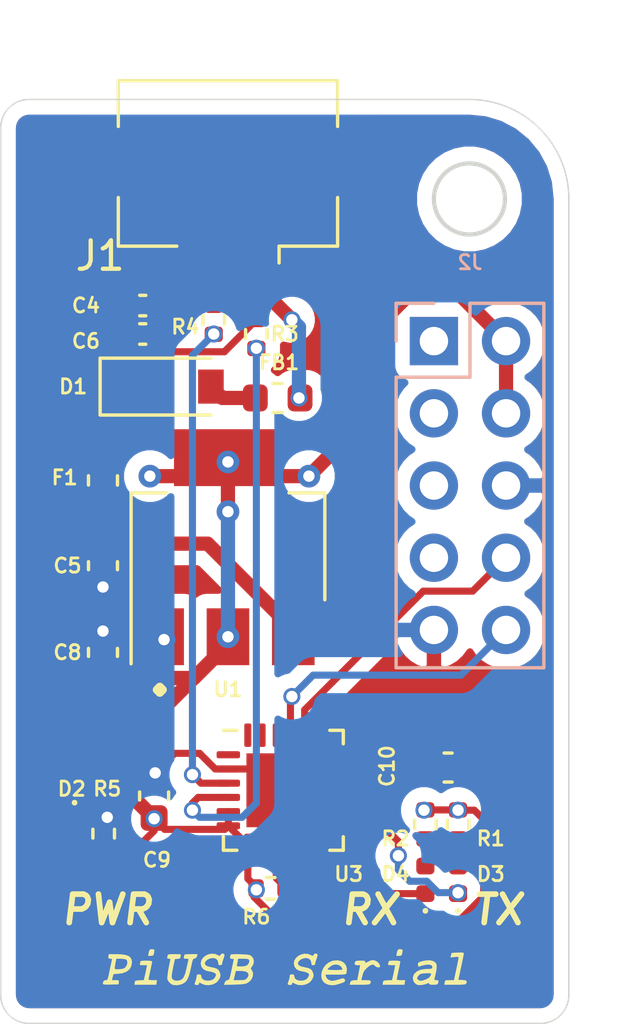
<source format=kicad_pcb>
(kicad_pcb (version 20171130) (host pcbnew 5.1.8)

  (general
    (thickness 1.6)
    (drawings 14)
    (tracks 148)
    (zones 0)
    (modules 23)
    (nets 36)
  )

  (page A4)
  (layers
    (0 F.Cu mixed)
    (31 B.Cu mixed)
    (32 B.Adhes user)
    (33 F.Adhes user)
    (34 B.Paste user)
    (35 F.Paste user)
    (36 B.SilkS user)
    (37 F.SilkS user)
    (38 B.Mask user)
    (39 F.Mask user)
    (40 Dwgs.User user)
    (41 Cmts.User user)
    (42 Eco1.User user)
    (43 Eco2.User user)
    (44 Edge.Cuts user)
    (45 Margin user)
    (46 B.CrtYd user)
    (47 F.CrtYd user)
    (48 B.Fab user hide)
    (49 F.Fab user hide)
  )

  (setup
    (last_trace_width 0.5)
    (user_trace_width 0.3)
    (user_trace_width 0.5)
    (trace_clearance 0.2)
    (zone_clearance 0.508)
    (zone_45_only no)
    (trace_min 0.2)
    (via_size 0.8)
    (via_drill 0.4)
    (via_min_size 0.4)
    (via_min_drill 0.3)
    (user_via 0.6 0.4)
    (uvia_size 0.3)
    (uvia_drill 0.1)
    (uvias_allowed no)
    (uvia_min_size 0.2)
    (uvia_min_drill 0.1)
    (edge_width 0.05)
    (segment_width 0.2)
    (pcb_text_width 0.3)
    (pcb_text_size 1.5 1.5)
    (mod_edge_width 0.12)
    (mod_text_size 1 1)
    (mod_text_width 0.15)
    (pad_size 1.524 1.524)
    (pad_drill 0.762)
    (pad_to_mask_clearance 0)
    (aux_axis_origin 0 0)
    (visible_elements FFFFFF7F)
    (pcbplotparams
      (layerselection 0x010fc_ffffffff)
      (usegerberextensions false)
      (usegerberattributes true)
      (usegerberadvancedattributes true)
      (creategerberjobfile true)
      (excludeedgelayer true)
      (linewidth 0.100000)
      (plotframeref false)
      (viasonmask false)
      (mode 1)
      (useauxorigin false)
      (hpglpennumber 1)
      (hpglpenspeed 20)
      (hpglpendiameter 15.000000)
      (psnegative false)
      (psa4output false)
      (plotreference true)
      (plotvalue true)
      (plotinvisibletext false)
      (padsonsilk false)
      (subtractmaskfromsilk false)
      (outputformat 1)
      (mirror false)
      (drillshape 0)
      (scaleselection 1)
      (outputdirectory "gerber/"))
  )

  (net 0 "")
  (net 1 GND)
  (net 2 USB_DP)
  (net 3 "Net-(C5-Pad1)")
  (net 4 USB_DM)
  (net 5 "Net-(D1-Pad2)")
  (net 6 "Net-(D2-Pad1)")
  (net 7 "Net-(J2-Pad3)")
  (net 8 "Net-(J2-Pad5)")
  (net 9 "Net-(J2-Pad7)")
  (net 10 UART_TXD)
  (net 11 UART_RXD)
  (net 12 "Net-(R3-Pad2)")
  (net 13 "Net-(R4-Pad2)")
  (net 14 "Net-(J1-Pad4)")
  (net 15 VBUS)
  (net 16 "Net-(D1-Pad1)")
  (net 17 "Net-(C10-Pad1)")
  (net 18 "Net-(D3-Pad2)")
  (net 19 "Net-(D3-Pad1)")
  (net 20 "Net-(D4-Pad1)")
  (net 21 "Net-(D4-Pad2)")
  (net 22 "Net-(R6-Pad2)")
  (net 23 "Net-(U3-Pad1)")
  (net 24 "Net-(U3-Pad10)")
  (net 25 "Net-(U3-Pad11)")
  (net 26 "Net-(U3-Pad12)")
  (net 27 "Net-(U3-Pad15)")
  (net 28 "Net-(U3-Pad17)")
  (net 29 "Net-(U3-Pad18)")
  (net 30 "Net-(U3-Pad19)")
  (net 31 "Net-(U3-Pad22)")
  (net 32 "Net-(U3-Pad23)")
  (net 33 "Net-(U3-Pad24)")
  (net 34 +5V)
  (net 35 +3V3)

  (net_class Default "This is the default net class."
    (clearance 0.2)
    (trace_width 0.25)
    (via_dia 0.8)
    (via_drill 0.4)
    (uvia_dia 0.3)
    (uvia_drill 0.1)
    (add_net +3V3)
    (add_net +5V)
    (add_net GND)
    (add_net "Net-(C10-Pad1)")
    (add_net "Net-(C5-Pad1)")
    (add_net "Net-(D1-Pad1)")
    (add_net "Net-(D1-Pad2)")
    (add_net "Net-(D2-Pad1)")
    (add_net "Net-(D3-Pad1)")
    (add_net "Net-(D3-Pad2)")
    (add_net "Net-(D4-Pad1)")
    (add_net "Net-(D4-Pad2)")
    (add_net "Net-(J1-Pad4)")
    (add_net "Net-(J2-Pad3)")
    (add_net "Net-(J2-Pad5)")
    (add_net "Net-(J2-Pad7)")
    (add_net "Net-(R3-Pad2)")
    (add_net "Net-(R4-Pad2)")
    (add_net "Net-(R6-Pad2)")
    (add_net "Net-(U3-Pad1)")
    (add_net "Net-(U3-Pad10)")
    (add_net "Net-(U3-Pad11)")
    (add_net "Net-(U3-Pad12)")
    (add_net "Net-(U3-Pad15)")
    (add_net "Net-(U3-Pad17)")
    (add_net "Net-(U3-Pad18)")
    (add_net "Net-(U3-Pad19)")
    (add_net "Net-(U3-Pad22)")
    (add_net "Net-(U3-Pad23)")
    (add_net "Net-(U3-Pad24)")
    (add_net UART_RXD)
    (add_net UART_TXD)
    (add_net USB_DM)
    (add_net USB_DP)
    (add_net VBUS)
  )

  (module logo:logo (layer F.Cu) (tedit 0) (tstamp 5FFB1561)
    (at 115 90.525)
    (fp_text reference G*** (at 0 0) (layer F.SilkS) hide
      (effects (font (size 1.524 1.524) (thickness 0.3)))
    )
    (fp_text value LOGO (at 0.75 0) (layer F.SilkS) hide
      (effects (font (size 1.524 1.524) (thickness 0.3)))
    )
    (fp_poly (pts (xy -3.096325 -0.387351) (xy -3.129118 -0.328948) (xy -3.178167 -0.309933) (xy -3.206178 -0.303379)
      (xy -3.227444 -0.285695) (xy -3.245586 -0.248161) (xy -3.264228 -0.182053) (xy -3.286993 -0.078652)
      (xy -3.299506 -0.017833) (xy -3.340834 0.1679) (xy -3.381954 0.310219) (xy -3.426963 0.416329)
      (xy -3.479952 0.493436) (xy -3.545017 0.548744) (xy -3.626251 0.589456) (xy -3.649569 0.5982)
      (xy -3.778172 0.627774) (xy -3.910961 0.620581) (xy -3.928551 0.617349) (xy -4.003489 0.582269)
      (xy -4.074471 0.516827) (xy -4.123004 0.439335) (xy -4.130118 0.417714) (xy -4.131341 0.369763)
      (xy -4.123663 0.284509) (xy -4.109035 0.174277) (xy -4.089404 0.05139) (xy -4.06672 -0.071825)
      (xy -4.042933 -0.183044) (xy -4.022887 -0.26035) (xy -4.024415 -0.293337) (xy -4.063114 -0.304482)
      (xy -4.077951 -0.3048) (xy -4.12593 -0.311062) (xy -4.135794 -0.33851) (xy -4.13081 -0.361951)
      (xy -4.118543 -0.414672) (xy -4.115147 -0.43815) (xy -4.091469 -0.446492) (xy -4.028281 -0.452978)
      (xy -3.936866 -0.456682) (xy -3.883238 -0.4572) (xy -3.774351 -0.456695) (xy -3.707212 -0.453584)
      (xy -3.672769 -0.445474) (xy -3.661969 -0.429975) (xy -3.665761 -0.404692) (xy -3.666991 -0.40005)
      (xy -3.679232 -0.348059) (xy -3.682654 -0.325384) (xy -3.705323 -0.312137) (xy -3.760957 -0.301537)
      (xy -3.776497 -0.299984) (xy -3.869994 -0.2921) (xy -3.92788 -0.0254) (xy -3.96011 0.130196)
      (xy -3.979136 0.244617) (xy -3.984887 0.325757) (xy -3.977295 0.381513) (xy -3.956291 0.419781)
      (xy -3.923764 0.447186) (xy -3.848279 0.476239) (xy -3.752314 0.47474) (xy -3.668181 0.454028)
      (xy -3.602581 0.412658) (xy -3.550609 0.343549) (xy -3.507357 0.239619) (xy -3.467917 0.093785)
      (xy -3.458128 0.05018) (xy -3.432972 -0.063939) (xy -3.410718 -0.16267) (xy -3.394219 -0.233468)
      (xy -3.387438 -0.26035) (xy -3.387805 -0.290004) (xy -3.419237 -0.302707) (xy -3.468351 -0.3048)
      (xy -3.529039 -0.308068) (xy -3.551185 -0.323775) (xy -3.546921 -0.360783) (xy -3.54661 -0.36195)
      (xy -3.534343 -0.414672) (xy -3.530947 -0.43815) (xy -3.507289 -0.446578) (xy -3.444249 -0.453096)
      (xy -3.353239 -0.456748) (xy -3.304197 -0.457201) (xy -3.077794 -0.457201) (xy -3.096325 -0.387351)) (layer F.SilkS) (width 0.01))
    (fp_poly (pts (xy -2.160345 -0.472796) (xy -2.140434 -0.461961) (xy -2.126055 -0.438031) (xy -2.132293 -0.389945)
      (xy -2.159484 -0.309678) (xy -2.1878 -0.226335) (xy -2.206051 -0.155682) (xy -2.2098 -0.126728)
      (xy -2.224824 -0.087066) (xy -2.2733 -0.0762) (xy -2.318682 -0.084402) (xy -2.335284 -0.119264)
      (xy -2.3368 -0.1524) (xy -2.359067 -0.240442) (xy -2.419985 -0.302224) (xy -2.51073 -0.329566)
      (xy -2.528562 -0.3302) (xy -2.630838 -0.314424) (xy -2.721568 -0.272691) (xy -2.78834 -0.213394)
      (xy -2.818741 -0.144928) (xy -2.8194 -0.133525) (xy -2.794977 -0.075551) (xy -2.721658 -0.030911)
      (xy -2.599372 0.000437) (xy -2.5908 0.001845) (xy -2.464251 0.028271) (xy -2.378287 0.063837)
      (xy -2.322758 0.115114) (xy -2.287515 0.188673) (xy -2.283774 0.200616) (xy -2.26771 0.274603)
      (xy -2.275554 0.335679) (xy -2.301773 0.397233) (xy -2.353469 0.474794) (xy -2.419375 0.540487)
      (xy -2.431377 0.549129) (xy -2.54932 0.603435) (xy -2.681851 0.626156) (xy -2.812005 0.616665)
      (xy -2.922817 0.574333) (xy -2.933002 0.56771) (xy -2.989917 0.536944) (xy -3.017861 0.544547)
      (xy -3.0226 0.57) (xy -3.035132 0.609187) (xy -3.07909 0.619799) (xy -3.11785 0.615485)
      (xy -3.154563 0.609199) (xy -3.169969 0.597334) (xy -3.165966 0.566645) (xy -3.144453 0.50389)
      (xy -3.1369 0.4826) (xy -3.113063 0.401687) (xy -3.099784 0.330697) (xy -3.0988 0.314306)
      (xy -3.089904 0.271038) (xy -3.053203 0.255282) (xy -3.0226 0.254) (xy -2.968028 0.260946)
      (xy -2.948111 0.289985) (xy -2.9464 0.315685) (xy -2.923963 0.389746) (xy -2.863143 0.443642)
      (xy -2.773685 0.473482) (xy -2.665329 0.475372) (xy -2.587304 0.459153) (xy -2.50617 0.421477)
      (xy -2.453799 0.357977) (xy -2.444119 0.338986) (xy -2.418166 0.279376) (xy -2.416801 0.245105)
      (xy -2.441801 0.216119) (xy -2.456044 0.204373) (xy -2.513233 0.175405) (xy -2.59678 0.15184)
      (xy -2.642991 0.144269) (xy -2.774666 0.115319) (xy -2.867076 0.061811) (xy -2.927686 -0.020882)
      (xy -2.934725 -0.036634) (xy -2.955385 -0.142239) (xy -2.933221 -0.241548) (xy -2.876196 -0.32944)
      (xy -2.792272 -0.400792) (xy -2.689412 -0.450482) (xy -2.575579 -0.473389) (xy -2.458734 -0.464389)
      (xy -2.346842 -0.418361) (xy -2.344044 -0.416607) (xy -2.300099 -0.395068) (xy -2.274108 -0.409233)
      (xy -2.2606 -0.431801) (xy -2.217074 -0.476806) (xy -2.160345 -0.472796)) (layer F.SilkS) (width 0.01))
    (fp_poly (pts (xy 1.116255 -0.472796) (xy 1.136166 -0.461961) (xy 1.150545 -0.438031) (xy 1.144307 -0.389945)
      (xy 1.117116 -0.309678) (xy 1.0888 -0.226335) (xy 1.070549 -0.155682) (xy 1.0668 -0.126728)
      (xy 1.051776 -0.087066) (xy 1.0033 -0.0762) (xy 0.957918 -0.084402) (xy 0.941316 -0.119264)
      (xy 0.9398 -0.1524) (xy 0.917533 -0.240442) (xy 0.856615 -0.302224) (xy 0.76587 -0.329566)
      (xy 0.748038 -0.3302) (xy 0.645762 -0.314424) (xy 0.555032 -0.272691) (xy 0.48826 -0.213394)
      (xy 0.457859 -0.144928) (xy 0.4572 -0.133525) (xy 0.481623 -0.075551) (xy 0.554942 -0.030911)
      (xy 0.677228 0.000437) (xy 0.6858 0.001845) (xy 0.812349 0.028271) (xy 0.898313 0.063837)
      (xy 0.953842 0.115114) (xy 0.989085 0.188673) (xy 0.992826 0.200616) (xy 1.00889 0.274603)
      (xy 1.001046 0.335679) (xy 0.974827 0.397233) (xy 0.923131 0.474794) (xy 0.857225 0.540487)
      (xy 0.845223 0.549129) (xy 0.72728 0.603435) (xy 0.594749 0.626156) (xy 0.464595 0.616665)
      (xy 0.353783 0.574333) (xy 0.343598 0.56771) (xy 0.286683 0.536944) (xy 0.258739 0.544547)
      (xy 0.254 0.57) (xy 0.241468 0.609187) (xy 0.19751 0.619799) (xy 0.15875 0.615485)
      (xy 0.122037 0.609199) (xy 0.106631 0.597334) (xy 0.110634 0.566645) (xy 0.132147 0.50389)
      (xy 0.1397 0.4826) (xy 0.163537 0.401687) (xy 0.176816 0.330697) (xy 0.1778 0.314306)
      (xy 0.186696 0.271038) (xy 0.223397 0.255282) (xy 0.254 0.254) (xy 0.308572 0.260946)
      (xy 0.328489 0.289985) (xy 0.3302 0.315685) (xy 0.352637 0.389746) (xy 0.413457 0.443642)
      (xy 0.502915 0.473482) (xy 0.611271 0.475372) (xy 0.689296 0.459153) (xy 0.77043 0.421477)
      (xy 0.822801 0.357977) (xy 0.832481 0.338986) (xy 0.858434 0.279376) (xy 0.859799 0.245105)
      (xy 0.834799 0.216119) (xy 0.820556 0.204373) (xy 0.763367 0.175405) (xy 0.67982 0.15184)
      (xy 0.633609 0.144269) (xy 0.501934 0.115319) (xy 0.409524 0.061811) (xy 0.348914 -0.020882)
      (xy 0.341875 -0.036634) (xy 0.321215 -0.142239) (xy 0.343379 -0.241548) (xy 0.400404 -0.32944)
      (xy 0.484328 -0.400792) (xy 0.587188 -0.450482) (xy 0.701021 -0.473389) (xy 0.817866 -0.464389)
      (xy 0.929758 -0.418361) (xy 0.932556 -0.416607) (xy 0.976501 -0.395068) (xy 1.002492 -0.409233)
      (xy 1.016 -0.431801) (xy 1.059526 -0.476806) (xy 1.116255 -0.472796)) (layer F.SilkS) (width 0.01))
    (fp_poly (pts (xy 1.984259 -0.213262) (xy 2.084669 -0.151987) (xy 2.152726 -0.061189) (xy 2.183074 0.054202)
      (xy 2.170363 0.189254) (xy 2.16839 0.19685) (xy 2.160488 0.219285) (xy 2.145446 0.234917)
      (xy 2.115158 0.244974) (xy 2.06152 0.250683) (xy 1.976425 0.253274) (xy 1.851769 0.253974)
      (xy 1.791259 0.254) (xy 1.429444 0.254) (xy 1.441692 0.318071) (xy 1.479761 0.394069)
      (xy 1.552454 0.452296) (xy 1.643987 0.481271) (xy 1.667926 0.4826) (xy 1.73923 0.474328)
      (xy 1.834042 0.452942) (xy 1.907088 0.431096) (xy 2.001637 0.401841) (xy 2.060036 0.393237)
      (xy 2.093093 0.406563) (xy 2.11162 0.443099) (xy 2.115172 0.455719) (xy 2.11398 0.491388)
      (xy 2.081395 0.519458) (xy 2.022988 0.543992) (xy 1.87999 0.59234) (xy 1.768665 0.619991)
      (xy 1.675074 0.628615) (xy 1.585279 0.61988) (xy 1.517818 0.604491) (xy 1.410482 0.554715)
      (xy 1.337662 0.476968) (xy 1.297618 0.378862) (xy 1.288612 0.268011) (xy 1.308905 0.152029)
      (xy 1.33901 0.080627) (xy 1.4986 0.080627) (xy 1.522247 0.089236) (xy 1.586195 0.096133)
      (xy 1.679951 0.100492) (xy 1.7653 0.1016) (xy 1.886544 0.100503) (xy 1.965387 0.096391)
      (xy 2.010199 0.088033) (xy 2.029346 0.074197) (xy 2.032 0.062345) (xy 2.01513 0.018693)
      (xy 1.974076 -0.034735) (xy 1.969654 -0.039255) (xy 1.888319 -0.087793) (xy 1.786942 -0.102396)
      (xy 1.685148 -0.080866) (xy 1.66838 -0.073026) (xy 1.607876 -0.034449) (xy 1.549749 0.013858)
      (xy 1.508916 0.058395) (xy 1.4986 0.080627) (xy 1.33901 0.080627) (xy 1.35676 0.03853)
      (xy 1.430437 -0.064872) (xy 1.528199 -0.150565) (xy 1.648306 -0.210933) (xy 1.707786 -0.227512)
      (xy 1.856847 -0.24008) (xy 1.984259 -0.213262)) (layer F.SilkS) (width 0.01))
    (fp_poly (pts (xy 5.208896 -0.220114) (xy 5.293853 -0.168702) (xy 5.329023 -0.119962) (xy 5.343356 -0.065662)
      (xy 5.343501 0.013124) (xy 5.328704 0.122773) (xy 5.298214 0.269665) (xy 5.268673 0.391935)
      (xy 5.262532 0.437236) (xy 5.284369 0.454625) (xy 5.331246 0.4572) (xy 5.387247 0.461016)
      (xy 5.40681 0.481777) (xy 5.399166 0.533452) (xy 5.39419 0.55245) (xy 5.380048 0.584742)
      (xy 5.350964 0.601952) (xy 5.293697 0.608675) (xy 5.229437 0.6096) (xy 5.142287 0.606662)
      (xy 5.095849 0.59615) (xy 5.080283 0.575511) (xy 5.08 0.570847) (xy 5.074353 0.546823)
      (xy 5.048404 0.549852) (xy 5.009815 0.568389) (xy 4.926876 0.598753) (xy 4.827505 0.618023)
      (xy 4.732583 0.623591) (xy 4.662989 0.612846) (xy 4.6609 0.611985) (xy 4.574635 0.550422)
      (xy 4.524319 0.462844) (xy 4.516267 0.388954) (xy 4.651848 0.388954) (xy 4.673562 0.427353)
      (xy 4.688114 0.442685) (xy 4.74984 0.476447) (xy 4.836514 0.475542) (xy 4.953395 0.439702)
      (xy 4.982214 0.427737) (xy 5.087159 0.365486) (xy 5.144158 0.289045) (xy 5.1562 0.22417)
      (xy 5.131761 0.210527) (xy 5.061067 0.205092) (xy 4.962957 0.207405) (xy 4.861344 0.214341)
      (xy 4.79601 0.225629) (xy 4.752432 0.245865) (xy 4.71609 0.279646) (xy 4.708957 0.287798)
      (xy 4.66293 0.347754) (xy 4.651848 0.388954) (xy 4.516267 0.388954) (xy 4.513355 0.362237)
      (xy 4.545141 0.261589) (xy 4.562209 0.235111) (xy 4.657445 0.145631) (xy 4.78887 0.089297)
      (xy 4.958034 0.065501) (xy 4.997741 0.064586) (xy 5.095263 0.062256) (xy 5.153527 0.05478)
      (xy 5.184022 0.039286) (xy 5.197704 0.014635) (xy 5.195511 -0.041508) (xy 5.152352 -0.079223)
      (xy 5.075157 -0.097004) (xy 4.970859 -0.093348) (xy 4.846387 -0.066751) (xy 4.836386 -0.063775)
      (xy 4.765234 -0.042324) (xy 4.718502 -0.028488) (xy 4.708311 -0.025675) (xy 4.701686 -0.047003)
      (xy 4.692432 -0.090735) (xy 4.692729 -0.133219) (xy 4.717132 -0.165609) (xy 4.772904 -0.191849)
      (xy 4.867305 -0.21588) (xy 4.953 -0.232216) (xy 5.092742 -0.242043) (xy 5.208896 -0.220114)) (layer F.SilkS) (width 0.01))
    (fp_poly (pts (xy -5.947068 -0.456595) (xy -5.755135 -0.449819) (xy -5.608285 -0.429113) (xy -5.502179 -0.392305)
      (xy -5.432477 -0.337224) (xy -5.394842 -0.261697) (xy -5.3848 -0.175123) (xy -5.406576 -0.039051)
      (xy -5.470697 0.07059) (xy -5.575355 0.152494) (xy -5.718742 0.205351) (xy -5.899049 0.227852)
      (xy -5.942788 0.2286) (xy -6.000858 0.231816) (xy -6.032524 0.250405) (xy -6.051867 0.297775)
      (xy -6.062797 0.3429) (xy -6.088953 0.4572) (xy -5.96379 0.4572) (xy -5.889535 0.458855)
      (xy -5.853764 0.468716) (xy -5.84417 0.494122) (xy -5.846663 0.52705) (xy -5.8547 0.5969)
      (xy -6.12775 0.604109) (xy -6.251237 0.60626) (xy -6.332098 0.60434) (xy -6.378409 0.597472)
      (xy -6.398245 0.584778) (xy -6.400801 0.574436) (xy -6.384649 0.498653) (xy -6.335776 0.461514)
      (xy -6.300628 0.4572) (xy -6.272942 0.455686) (xy -6.251955 0.446031) (xy -6.234577 0.420558)
      (xy -6.217717 0.371595) (xy -6.198284 0.291468) (xy -6.173189 0.172501) (xy -6.15998 0.10795)
      (xy -6.143935 0.030426) (xy -5.990545 0.030426) (xy -5.977859 0.064743) (xy -5.940147 0.076341)
      (xy -5.871464 0.074412) (xy -5.825878 0.071387) (xy -5.729704 0.062459) (xy -5.667999 0.046976)
      (xy -5.62444 0.019184) (xy -5.597278 -0.009189) (xy -5.552847 -0.084919) (xy -5.536541 -0.166013)
      (xy -5.549006 -0.236586) (xy -5.586331 -0.278507) (xy -5.638076 -0.292948) (xy -5.719758 -0.302498)
      (xy -5.78514 -0.3048) (xy -5.93482 -0.3048) (xy -5.96461 -0.143122) (xy -5.984147 -0.035799)
      (xy -5.990545 0.030426) (xy -6.143935 0.030426) (xy -6.133323 -0.02084) (xy -6.109446 -0.132941)
      (xy -6.09053 -0.218338) (xy -6.078761 -0.267017) (xy -6.076918 -0.27305) (xy -6.088576 -0.297478)
      (xy -6.139684 -0.3048) (xy -6.191159 -0.309914) (xy -6.20694 -0.335913) (xy -6.203019 -0.381)
      (xy -6.191835 -0.4572) (xy -5.947068 -0.456595)) (layer F.SilkS) (width 0.01))
    (fp_poly (pts (xy -4.774001 -0.225561) (xy -4.703503 -0.217178) (xy -4.673978 -0.204553) (xy -4.6736 -0.202769)
      (xy -4.678712 -0.169001) (xy -4.692614 -0.09644) (xy -4.713156 0.004099) (xy -4.7371 0.116763)
      (xy -4.761972 0.233676) (xy -4.782273 0.332682) (xy -4.795861 0.403078) (xy -4.8006 0.433832)
      (xy -4.777562 0.446314) (xy -4.717829 0.454792) (xy -4.6526 0.4572) (xy -4.504599 0.4572)
      (xy -4.515782 0.5334) (xy -4.526966 0.6096) (xy -5.286575 0.6096) (xy -5.278538 0.53975)
      (xy -5.270964 0.501283) (xy -5.251199 0.47954) (xy -5.206842 0.468705) (xy -5.125494 0.462965)
      (xy -5.113521 0.462383) (xy -4.956542 0.454867) (xy -4.918417 0.284583) (xy -4.895734 0.180535)
      (xy -4.875144 0.081471) (xy -4.86302 0.01905) (xy -4.845747 -0.0762) (xy -4.978291 -0.0762)
      (xy -5.055594 -0.078637) (xy -5.092173 -0.088221) (xy -5.097968 -0.10836) (xy -5.095418 -0.116378)
      (xy -5.08145 -0.173596) (xy -5.08 -0.192578) (xy -5.068643 -0.211299) (xy -5.028985 -0.222523)
      (xy -4.952644 -0.227733) (xy -4.8768 -0.2286) (xy -4.774001 -0.225561)) (layer F.SilkS) (width 0.01))
    (fp_poly (pts (xy -1.599646 -0.453972) (xy -1.576631 -0.453401) (xy -1.437186 -0.448676) (xy -1.338444 -0.442297)
      (xy -1.270307 -0.432694) (xy -1.222678 -0.418295) (xy -1.18546 -0.397529) (xy -1.176581 -0.391145)
      (xy -1.117063 -0.317862) (xy -1.092631 -0.222933) (xy -1.104407 -0.122488) (xy -1.151792 -0.034677)
      (xy -1.190879 0.015154) (xy -1.199109 0.047238) (xy -1.178665 0.082417) (xy -1.165744 0.098573)
      (xy -1.124435 0.186609) (xy -1.123131 0.287887) (xy -1.15787 0.390197) (xy -1.224691 0.481332)
      (xy -1.310428 0.544465) (xy -1.359541 0.566084) (xy -1.417214 0.581589) (xy -1.493607 0.592334)
      (xy -1.598876 0.59967) (xy -1.743181 0.60495) (xy -1.770199 0.605684) (xy -2.130698 0.615174)
      (xy -2.111283 0.542537) (xy -2.079525 0.482925) (xy -2.018111 0.4572) (xy -1.804368 0.4572)
      (xy -1.59953 0.4572) (xy -1.49428 0.455605) (xy -1.425827 0.448651) (xy -1.380209 0.433079)
      (xy -1.343467 0.405633) (xy -1.332346 0.394854) (xy -1.289105 0.333832) (xy -1.270045 0.271741)
      (xy -1.27 0.269294) (xy -1.289255 0.201643) (xy -1.348719 0.156341) (xy -1.450939 0.132113)
      (xy -1.554073 0.127) (xy -1.725242 0.127) (xy -1.749074 0.22225) (xy -1.769585 0.306113)
      (xy -1.787454 0.382122) (xy -1.788637 0.38735) (xy -1.804368 0.4572) (xy -2.018111 0.4572)
      (xy -2.017533 0.456958) (xy -1.988524 0.450492) (xy -1.966389 0.437595) (xy -1.948051 0.410541)
      (xy -1.930432 0.3616) (xy -1.910453 0.283046) (xy -1.885038 0.16715) (xy -1.86579 0.075958)
      (xy -1.840198 -0.045732) (xy -1.693436 -0.045732) (xy -1.672653 -0.032272) (xy -1.619751 -0.026494)
      (xy -1.541838 -0.0254) (xy -1.437314 -0.029966) (xy -1.366159 -0.046226) (xy -1.311549 -0.078026)
      (xy -1.311526 -0.078044) (xy -1.265089 -0.134285) (xy -1.244493 -0.199622) (xy -1.251848 -0.257385)
      (xy -1.284778 -0.289383) (xy -1.330473 -0.297542) (xy -1.408504 -0.303131) (xy -1.485151 -0.3048)
      (xy -1.645347 -0.3048) (xy -1.662228 -0.20955) (xy -1.676887 -0.13438) (xy -1.690635 -0.075292)
      (xy -1.692166 -0.06985) (xy -1.693436 -0.045732) (xy -1.840198 -0.045732) (xy -1.788384 -0.2921)
      (xy -1.861885 -0.300246) (xy -1.912924 -0.312252) (xy -1.925121 -0.340337) (xy -1.92054 -0.363746)
      (xy -1.908458 -0.41707) (xy -1.905347 -0.440701) (xy -1.881409 -0.44811) (xy -1.816173 -0.453035)
      (xy -1.7191 -0.455111) (xy -1.599646 -0.453972)) (layer F.SilkS) (width 0.01))
    (fp_poly (pts (xy 3.13575 -0.242197) (xy 3.17584 -0.23135) (xy 3.259308 -0.186925) (xy 3.322669 -0.117562)
      (xy 3.352147 -0.039193) (xy 3.3528 -0.026662) (xy 3.333131 -0.003279) (xy 3.286654 0.000353)
      (xy 3.232159 -0.013126) (xy 3.188438 -0.041077) (xy 3.180894 -0.0508) (xy 3.128786 -0.096129)
      (xy 3.058162 -0.094578) (xy 2.968773 -0.046091) (xy 2.894569 0.016121) (xy 2.832177 0.077893)
      (xy 2.789105 0.133547) (xy 2.757987 0.197677) (xy 2.731456 0.284877) (xy 2.707163 0.38735)
      (xy 2.691432 0.4572) (xy 2.857016 0.4572) (xy 2.953138 0.460321) (xy 3.00621 0.473453)
      (xy 3.023794 0.502247) (xy 3.013454 0.552356) (xy 3.007182 0.569422) (xy 2.993905 0.58577)
      (xy 2.963564 0.597098) (xy 2.908354 0.604262) (xy 2.820473 0.60812) (xy 2.692116 0.609527)
      (xy 2.641079 0.6096) (xy 2.290393 0.6096) (xy 2.308948 0.53975) (xy 2.327078 0.495465)
      (xy 2.361206 0.473142) (xy 2.427483 0.463351) (xy 2.441496 0.46236) (xy 2.55549 0.454821)
      (xy 2.607096 0.18931) (xy 2.658702 -0.0762) (xy 2.561251 -0.0762) (xy 2.491056 -0.084472)
      (xy 2.46393 -0.114567) (xy 2.474081 -0.17441) (xy 2.479217 -0.188423) (xy 2.500085 -0.21101)
      (xy 2.547812 -0.22359) (xy 2.632687 -0.228363) (xy 2.667339 -0.2286) (xy 2.758448 -0.227309)
      (xy 2.808896 -0.221412) (xy 2.828796 -0.207877) (xy 2.828265 -0.18367) (xy 2.827485 -0.180578)
      (xy 2.824417 -0.155582) (xy 2.83958 -0.150537) (xy 2.882436 -0.166764) (xy 2.945151 -0.197002)
      (xy 3.024658 -0.233313) (xy 3.081188 -0.247335) (xy 3.13575 -0.242197)) (layer F.SilkS) (width 0.01))
    (fp_poly (pts (xy 3.963599 -0.225561) (xy 4.034097 -0.217178) (xy 4.063622 -0.204553) (xy 4.064 -0.202769)
      (xy 4.058888 -0.169001) (xy 4.044986 -0.09644) (xy 4.024444 0.004099) (xy 4.0005 0.116763)
      (xy 3.975628 0.233676) (xy 3.955327 0.332682) (xy 3.941739 0.403078) (xy 3.937 0.433832)
      (xy 3.960038 0.446314) (xy 4.019771 0.454792) (xy 4.085 0.4572) (xy 4.233001 0.4572)
      (xy 4.221818 0.5334) (xy 4.210634 0.6096) (xy 3.451025 0.6096) (xy 3.459062 0.53975)
      (xy 3.466636 0.501283) (xy 3.486401 0.47954) (xy 3.530758 0.468705) (xy 3.612106 0.462965)
      (xy 3.624079 0.462383) (xy 3.781058 0.454867) (xy 3.819183 0.284583) (xy 3.841866 0.180535)
      (xy 3.862456 0.081471) (xy 3.87458 0.01905) (xy 3.891853 -0.0762) (xy 3.759309 -0.0762)
      (xy 3.682006 -0.078637) (xy 3.645427 -0.088221) (xy 3.639632 -0.10836) (xy 3.642182 -0.116378)
      (xy 3.65615 -0.173596) (xy 3.6576 -0.192578) (xy 3.668957 -0.211299) (xy 3.708615 -0.222523)
      (xy 3.784956 -0.227733) (xy 3.8608 -0.2286) (xy 3.963599 -0.225561)) (layer F.SilkS) (width 0.01))
    (fp_poly (pts (xy 6.258279 -0.512299) (xy 6.289812 -0.502429) (xy 6.29848 -0.484113) (xy 6.298476 -0.482789)
      (xy 6.293075 -0.446472) (xy 6.278534 -0.369311) (xy 6.256607 -0.26008) (xy 6.229052 -0.127551)
      (xy 6.20184 0) (xy 6.105926 0.4445) (xy 6.253363 0.452062) (xy 6.343119 0.460629)
      (xy 6.389757 0.479147) (xy 6.400857 0.514355) (xy 6.385382 0.569422) (xy 6.372542 0.58531)
      (xy 6.343185 0.596472) (xy 6.289744 0.60369) (xy 6.204655 0.607743) (xy 6.080352 0.609414)
      (xy 5.996081 0.6096) (xy 5.622198 0.6096) (xy 5.633381 0.5334) (xy 5.64177 0.491746)
      (xy 5.659795 0.468959) (xy 5.700071 0.45935) (xy 5.775214 0.457227) (xy 5.802328 0.4572)
      (xy 5.960091 0.4572) (xy 6.040745 0.081414) (xy 6.069027 -0.053134) (xy 6.092975 -0.172365)
      (xy 6.110686 -0.266379) (xy 6.120256 -0.325274) (xy 6.1214 -0.337908) (xy 6.115061 -0.362161)
      (xy 6.088267 -0.372162) (xy 6.02935 -0.37014) (xy 5.980296 -0.36486) (xy 5.839193 -0.348276)
      (xy 5.85687 -0.421788) (xy 5.870213 -0.474945) (xy 5.877323 -0.49896) (xy 5.902071 -0.501672)
      (xy 5.965543 -0.505698) (xy 6.055704 -0.510307) (xy 6.08965 -0.511848) (xy 6.194639 -0.515011)
      (xy 6.258279 -0.512299)) (layer F.SilkS) (width 0.01))
    (fp_poly (pts (xy -4.656771 -0.630501) (xy -4.611194 -0.622685) (xy -4.593228 -0.602986) (xy -4.596161 -0.556568)
      (xy -4.604236 -0.51435) (xy -4.620783 -0.446852) (xy -4.643982 -0.415639) (xy -4.688244 -0.406794)
      (xy -4.716022 -0.4064) (xy -4.806254 -0.4064) (xy -4.788751 -0.50165) (xy -4.768748 -0.582061)
      (xy -4.739752 -0.62228) (xy -4.690931 -0.632882) (xy -4.656771 -0.630501)) (layer F.SilkS) (width 0.01))
    (fp_poly (pts (xy 4.080829 -0.630501) (xy 4.126406 -0.622685) (xy 4.144372 -0.602986) (xy 4.141439 -0.556568)
      (xy 4.133364 -0.51435) (xy 4.116817 -0.446852) (xy 4.093618 -0.415639) (xy 4.049356 -0.406794)
      (xy 4.021578 -0.4064) (xy 3.931346 -0.4064) (xy 3.948849 -0.50165) (xy 3.968852 -0.582061)
      (xy 3.997848 -0.62228) (xy 4.046669 -0.632882) (xy 4.080829 -0.630501)) (layer F.SilkS) (width 0.01))
  )

  (module Connector_PinSocket_2.54mm:PinSocket_2x05_P2.54mm_Vertical (layer B.Cu) (tedit 5A19A42B) (tstamp 5FBB73C4)
    (at 120.25 68.5 180)
    (descr "Through hole straight socket strip, 2x05, 2.54mm pitch, double cols (from Kicad 4.0.7), script generated")
    (tags "Through hole socket strip THT 2x05 2.54mm double row")
    (path /5FBEC2E7)
    (fp_text reference J2 (at -1.27 2.77) (layer B.SilkS)
      (effects (font (size 0.5 0.5) (thickness 0.1)) (justify mirror))
    )
    (fp_text value Conn_02x05_Odd_Even (at -1.27 -12.93) (layer B.Fab)
      (effects (font (size 1 1) (thickness 0.15)) (justify mirror))
    )
    (fp_line (start -3.81 1.27) (end 0.27 1.27) (layer B.Fab) (width 0.1))
    (fp_line (start 0.27 1.27) (end 1.27 0.27) (layer B.Fab) (width 0.1))
    (fp_line (start 1.27 0.27) (end 1.27 -11.43) (layer B.Fab) (width 0.1))
    (fp_line (start 1.27 -11.43) (end -3.81 -11.43) (layer B.Fab) (width 0.1))
    (fp_line (start -3.81 -11.43) (end -3.81 1.27) (layer B.Fab) (width 0.1))
    (fp_line (start -3.87 1.33) (end -1.27 1.33) (layer B.SilkS) (width 0.12))
    (fp_line (start -3.87 1.33) (end -3.87 -11.49) (layer B.SilkS) (width 0.12))
    (fp_line (start -3.87 -11.49) (end 1.33 -11.49) (layer B.SilkS) (width 0.12))
    (fp_line (start 1.33 -1.27) (end 1.33 -11.49) (layer B.SilkS) (width 0.12))
    (fp_line (start -1.27 -1.27) (end 1.33 -1.27) (layer B.SilkS) (width 0.12))
    (fp_line (start -1.27 1.33) (end -1.27 -1.27) (layer B.SilkS) (width 0.12))
    (fp_line (start 1.33 1.33) (end 1.33 0) (layer B.SilkS) (width 0.12))
    (fp_line (start 0 1.33) (end 1.33 1.33) (layer B.SilkS) (width 0.12))
    (fp_line (start -4.34 1.8) (end 1.76 1.8) (layer B.CrtYd) (width 0.05))
    (fp_line (start 1.76 1.8) (end 1.76 -11.9) (layer B.CrtYd) (width 0.05))
    (fp_line (start 1.76 -11.9) (end -4.34 -11.9) (layer B.CrtYd) (width 0.05))
    (fp_line (start -4.34 -11.9) (end -4.34 1.8) (layer B.CrtYd) (width 0.05))
    (fp_text user %R (at -1.27 -5.08 270) (layer B.Fab)
      (effects (font (size 1 1) (thickness 0.15)) (justify mirror))
    )
    (pad 1 thru_hole rect (at 0 0 180) (size 1.7 1.7) (drill 1) (layers *.Cu *.Mask)
      (net 35 +3V3))
    (pad 2 thru_hole oval (at -2.54 0 180) (size 1.7 1.7) (drill 1) (layers *.Cu *.Mask)
      (net 34 +5V))
    (pad 3 thru_hole oval (at 0 -2.54 180) (size 1.7 1.7) (drill 1) (layers *.Cu *.Mask)
      (net 7 "Net-(J2-Pad3)"))
    (pad 4 thru_hole oval (at -2.54 -2.54 180) (size 1.7 1.7) (drill 1) (layers *.Cu *.Mask)
      (net 34 +5V))
    (pad 5 thru_hole oval (at 0 -5.08 180) (size 1.7 1.7) (drill 1) (layers *.Cu *.Mask)
      (net 8 "Net-(J2-Pad5)"))
    (pad 6 thru_hole oval (at -2.54 -5.08 180) (size 1.7 1.7) (drill 1) (layers *.Cu *.Mask)
      (net 1 GND))
    (pad 7 thru_hole oval (at 0 -7.62 180) (size 1.7 1.7) (drill 1) (layers *.Cu *.Mask)
      (net 9 "Net-(J2-Pad7)"))
    (pad 8 thru_hole oval (at -2.54 -7.62 180) (size 1.7 1.7) (drill 1) (layers *.Cu *.Mask)
      (net 10 UART_TXD))
    (pad 9 thru_hole oval (at 0 -10.16 180) (size 1.7 1.7) (drill 1) (layers *.Cu *.Mask)
      (net 1 GND))
    (pad 10 thru_hole oval (at -2.54 -10.16 180) (size 1.7 1.7) (drill 1) (layers *.Cu *.Mask)
      (net 11 UART_RXD))
    (model ${KISYS3DMOD}/Connector_PinSocket_2.54mm.3dshapes/PinSocket_2x05_P2.54mm_Vertical.wrl
      (at (xyz 0 0 0))
      (scale (xyz 1 1 1))
      (rotate (xyz 0 0 0))
    )
  )

  (module Package_TO_SOT_SMD:SOT-223-3_TabPin2 (layer F.Cu) (tedit 5A02FF57) (tstamp 5FBB742F)
    (at 113 75.75 90)
    (descr "module CMS SOT223 4 pins")
    (tags "CMS SOT")
    (path /5FFB9246/5FFC84D2)
    (attr smd)
    (fp_text reference U1 (at -5 0 180) (layer F.SilkS)
      (effects (font (size 0.5 0.5) (thickness 0.1)))
    )
    (fp_text value AMS1117-5.0 (at 0 4.5 90) (layer F.Fab)
      (effects (font (size 1 1) (thickness 0.15)))
    )
    (fp_line (start 1.91 3.41) (end 1.91 2.15) (layer F.SilkS) (width 0.12))
    (fp_line (start 1.91 -3.41) (end 1.91 -2.15) (layer F.SilkS) (width 0.12))
    (fp_line (start 4.4 -3.6) (end -4.4 -3.6) (layer F.CrtYd) (width 0.05))
    (fp_line (start 4.4 3.6) (end 4.4 -3.6) (layer F.CrtYd) (width 0.05))
    (fp_line (start -4.4 3.6) (end 4.4 3.6) (layer F.CrtYd) (width 0.05))
    (fp_line (start -4.4 -3.6) (end -4.4 3.6) (layer F.CrtYd) (width 0.05))
    (fp_line (start -1.85 -2.35) (end -0.85 -3.35) (layer F.Fab) (width 0.1))
    (fp_line (start -1.85 -2.35) (end -1.85 3.35) (layer F.Fab) (width 0.1))
    (fp_line (start -1.85 3.41) (end 1.91 3.41) (layer F.SilkS) (width 0.12))
    (fp_line (start -0.85 -3.35) (end 1.85 -3.35) (layer F.Fab) (width 0.1))
    (fp_line (start -4.1 -3.41) (end 1.91 -3.41) (layer F.SilkS) (width 0.12))
    (fp_line (start -1.85 3.35) (end 1.85 3.35) (layer F.Fab) (width 0.1))
    (fp_line (start 1.85 -3.35) (end 1.85 3.35) (layer F.Fab) (width 0.1))
    (fp_text user %R (at 0 0) (layer F.Fab)
      (effects (font (size 0.8 0.8) (thickness 0.12)))
    )
    (pad 2 smd rect (at 3.15 0 90) (size 2 3.8) (layers F.Cu F.Paste F.Mask)
      (net 34 +5V))
    (pad 2 smd rect (at -3.15 0 90) (size 2 1.5) (layers F.Cu F.Paste F.Mask)
      (net 34 +5V))
    (pad 3 smd rect (at -3.15 2.3 90) (size 2 1.5) (layers F.Cu F.Paste F.Mask)
      (net 3 "Net-(C5-Pad1)"))
    (pad 1 smd rect (at -3.15 -2.3 90) (size 2 1.5) (layers F.Cu F.Paste F.Mask)
      (net 1 GND))
    (model ${KISYS3DMOD}/Package_TO_SOT_SMD.3dshapes/SOT-223.wrl
      (at (xyz 0 0 0))
      (scale (xyz 1 1 1))
      (rotate (xyz 0 0 0))
    )
  )

  (module Capacitor_SMD:C_0402_1005Metric (layer F.Cu) (tedit 5F68FEEE) (tstamp 5FBB7300)
    (at 110 67.25 180)
    (descr "Capacitor SMD 0402 (1005 Metric), square (rectangular) end terminal, IPC_7351 nominal, (Body size source: IPC-SM-782 page 76, https://www.pcb-3d.com/wordpress/wp-content/uploads/ipc-sm-782a_amendment_1_and_2.pdf), generated with kicad-footprint-generator")
    (tags capacitor)
    (path /5FFDA578/5FFE2B81)
    (attr smd)
    (fp_text reference C4 (at 2 0) (layer F.SilkS)
      (effects (font (size 0.5 0.5) (thickness 0.1)))
    )
    (fp_text value 47p (at 0 1.16) (layer F.Fab)
      (effects (font (size 1 1) (thickness 0.15)))
    )
    (fp_line (start 0.91 0.46) (end -0.91 0.46) (layer F.CrtYd) (width 0.05))
    (fp_line (start 0.91 -0.46) (end 0.91 0.46) (layer F.CrtYd) (width 0.05))
    (fp_line (start -0.91 -0.46) (end 0.91 -0.46) (layer F.CrtYd) (width 0.05))
    (fp_line (start -0.91 0.46) (end -0.91 -0.46) (layer F.CrtYd) (width 0.05))
    (fp_line (start -0.107836 0.36) (end 0.107836 0.36) (layer F.SilkS) (width 0.12))
    (fp_line (start -0.107836 -0.36) (end 0.107836 -0.36) (layer F.SilkS) (width 0.12))
    (fp_line (start 0.5 0.25) (end -0.5 0.25) (layer F.Fab) (width 0.1))
    (fp_line (start 0.5 -0.25) (end 0.5 0.25) (layer F.Fab) (width 0.1))
    (fp_line (start -0.5 -0.25) (end 0.5 -0.25) (layer F.Fab) (width 0.1))
    (fp_line (start -0.5 0.25) (end -0.5 -0.25) (layer F.Fab) (width 0.1))
    (fp_text user %R (at 0 0) (layer F.Fab)
      (effects (font (size 0.25 0.25) (thickness 0.04)))
    )
    (pad 2 smd roundrect (at 0.48 0 180) (size 0.56 0.62) (layers F.Cu F.Paste F.Mask) (roundrect_rratio 0.25)
      (net 1 GND))
    (pad 1 smd roundrect (at -0.48 0 180) (size 0.56 0.62) (layers F.Cu F.Paste F.Mask) (roundrect_rratio 0.25)
      (net 2 USB_DP))
    (model ${KISYS3DMOD}/Capacitor_SMD.3dshapes/C_0402_1005Metric.wrl
      (at (xyz 0 0 0))
      (scale (xyz 1 1 1))
      (rotate (xyz 0 0 0))
    )
  )

  (module Capacitor_SMD:C_0603_1608Metric (layer F.Cu) (tedit 5F68FEEE) (tstamp 5FBB7311)
    (at 108.6 76.4 270)
    (descr "Capacitor SMD 0603 (1608 Metric), square (rectangular) end terminal, IPC_7351 nominal, (Body size source: IPC-SM-782 page 76, https://www.pcb-3d.com/wordpress/wp-content/uploads/ipc-sm-782a_amendment_1_and_2.pdf), generated with kicad-footprint-generator")
    (tags capacitor)
    (path /5FFB9246/5FFC84F0)
    (attr smd)
    (fp_text reference C5 (at 0 1.25 180) (layer F.SilkS)
      (effects (font (size 0.5 0.5) (thickness 0.1)))
    )
    (fp_text value 100n (at 0 1.43 90) (layer F.Fab)
      (effects (font (size 1 1) (thickness 0.15)))
    )
    (fp_line (start -0.8 0.4) (end -0.8 -0.4) (layer F.Fab) (width 0.1))
    (fp_line (start -0.8 -0.4) (end 0.8 -0.4) (layer F.Fab) (width 0.1))
    (fp_line (start 0.8 -0.4) (end 0.8 0.4) (layer F.Fab) (width 0.1))
    (fp_line (start 0.8 0.4) (end -0.8 0.4) (layer F.Fab) (width 0.1))
    (fp_line (start -0.14058 -0.51) (end 0.14058 -0.51) (layer F.SilkS) (width 0.12))
    (fp_line (start -0.14058 0.51) (end 0.14058 0.51) (layer F.SilkS) (width 0.12))
    (fp_line (start -1.48 0.73) (end -1.48 -0.73) (layer F.CrtYd) (width 0.05))
    (fp_line (start -1.48 -0.73) (end 1.48 -0.73) (layer F.CrtYd) (width 0.05))
    (fp_line (start 1.48 -0.73) (end 1.48 0.73) (layer F.CrtYd) (width 0.05))
    (fp_line (start 1.48 0.73) (end -1.48 0.73) (layer F.CrtYd) (width 0.05))
    (fp_text user %R (at 0 0 90) (layer F.Fab)
      (effects (font (size 0.4 0.4) (thickness 0.06)))
    )
    (pad 1 smd roundrect (at -0.775 0 270) (size 0.9 0.95) (layers F.Cu F.Paste F.Mask) (roundrect_rratio 0.25)
      (net 3 "Net-(C5-Pad1)"))
    (pad 2 smd roundrect (at 0.775 0 270) (size 0.9 0.95) (layers F.Cu F.Paste F.Mask) (roundrect_rratio 0.25)
      (net 1 GND))
    (model ${KISYS3DMOD}/Capacitor_SMD.3dshapes/C_0603_1608Metric.wrl
      (at (xyz 0 0 0))
      (scale (xyz 1 1 1))
      (rotate (xyz 0 0 0))
    )
  )

  (module Capacitor_SMD:C_0402_1005Metric (layer F.Cu) (tedit 5F68FEEE) (tstamp 5FBB7322)
    (at 110 68.25 180)
    (descr "Capacitor SMD 0402 (1005 Metric), square (rectangular) end terminal, IPC_7351 nominal, (Body size source: IPC-SM-782 page 76, https://www.pcb-3d.com/wordpress/wp-content/uploads/ipc-sm-782a_amendment_1_and_2.pdf), generated with kicad-footprint-generator")
    (tags capacitor)
    (path /5FFDA578/5FFE2B7B)
    (attr smd)
    (fp_text reference C6 (at 2 -0.25) (layer F.SilkS)
      (effects (font (size 0.5 0.5) (thickness 0.1)))
    )
    (fp_text value 47p (at 0 1.16) (layer F.Fab)
      (effects (font (size 1 1) (thickness 0.15)))
    )
    (fp_line (start -0.5 0.25) (end -0.5 -0.25) (layer F.Fab) (width 0.1))
    (fp_line (start -0.5 -0.25) (end 0.5 -0.25) (layer F.Fab) (width 0.1))
    (fp_line (start 0.5 -0.25) (end 0.5 0.25) (layer F.Fab) (width 0.1))
    (fp_line (start 0.5 0.25) (end -0.5 0.25) (layer F.Fab) (width 0.1))
    (fp_line (start -0.107836 -0.36) (end 0.107836 -0.36) (layer F.SilkS) (width 0.12))
    (fp_line (start -0.107836 0.36) (end 0.107836 0.36) (layer F.SilkS) (width 0.12))
    (fp_line (start -0.91 0.46) (end -0.91 -0.46) (layer F.CrtYd) (width 0.05))
    (fp_line (start -0.91 -0.46) (end 0.91 -0.46) (layer F.CrtYd) (width 0.05))
    (fp_line (start 0.91 -0.46) (end 0.91 0.46) (layer F.CrtYd) (width 0.05))
    (fp_line (start 0.91 0.46) (end -0.91 0.46) (layer F.CrtYd) (width 0.05))
    (fp_text user %R (at 0 0) (layer F.Fab)
      (effects (font (size 0.25 0.25) (thickness 0.04)))
    )
    (pad 1 smd roundrect (at -0.48 0 180) (size 0.56 0.62) (layers F.Cu F.Paste F.Mask) (roundrect_rratio 0.25)
      (net 4 USB_DM))
    (pad 2 smd roundrect (at 0.48 0 180) (size 0.56 0.62) (layers F.Cu F.Paste F.Mask) (roundrect_rratio 0.25)
      (net 1 GND))
    (model ${KISYS3DMOD}/Capacitor_SMD.3dshapes/C_0402_1005Metric.wrl
      (at (xyz 0 0 0))
      (scale (xyz 1 1 1))
      (rotate (xyz 0 0 0))
    )
  )

  (module Capacitor_SMD:C_0603_1608Metric (layer F.Cu) (tedit 5F68FEEE) (tstamp 5FBB7344)
    (at 108.6 79.45 90)
    (descr "Capacitor SMD 0603 (1608 Metric), square (rectangular) end terminal, IPC_7351 nominal, (Body size source: IPC-SM-782 page 76, https://www.pcb-3d.com/wordpress/wp-content/uploads/ipc-sm-782a_amendment_1_and_2.pdf), generated with kicad-footprint-generator")
    (tags capacitor)
    (path /5FFB9246/5FFC84EA)
    (attr smd)
    (fp_text reference C8 (at 0 -1.25 180) (layer F.SilkS)
      (effects (font (size 0.5 0.5) (thickness 0.1)))
    )
    (fp_text value 100n (at 0 1.43 90) (layer F.Fab)
      (effects (font (size 1 1) (thickness 0.15)))
    )
    (fp_line (start 1.48 0.73) (end -1.48 0.73) (layer F.CrtYd) (width 0.05))
    (fp_line (start 1.48 -0.73) (end 1.48 0.73) (layer F.CrtYd) (width 0.05))
    (fp_line (start -1.48 -0.73) (end 1.48 -0.73) (layer F.CrtYd) (width 0.05))
    (fp_line (start -1.48 0.73) (end -1.48 -0.73) (layer F.CrtYd) (width 0.05))
    (fp_line (start -0.14058 0.51) (end 0.14058 0.51) (layer F.SilkS) (width 0.12))
    (fp_line (start -0.14058 -0.51) (end 0.14058 -0.51) (layer F.SilkS) (width 0.12))
    (fp_line (start 0.8 0.4) (end -0.8 0.4) (layer F.Fab) (width 0.1))
    (fp_line (start 0.8 -0.4) (end 0.8 0.4) (layer F.Fab) (width 0.1))
    (fp_line (start -0.8 -0.4) (end 0.8 -0.4) (layer F.Fab) (width 0.1))
    (fp_line (start -0.8 0.4) (end -0.8 -0.4) (layer F.Fab) (width 0.1))
    (fp_text user %R (at 0 0 90) (layer F.Fab)
      (effects (font (size 0.4 0.4) (thickness 0.06)))
    )
    (pad 2 smd roundrect (at 0.775 0 90) (size 0.9 0.95) (layers F.Cu F.Paste F.Mask) (roundrect_rratio 0.25)
      (net 1 GND))
    (pad 1 smd roundrect (at -0.775 0 90) (size 0.9 0.95) (layers F.Cu F.Paste F.Mask) (roundrect_rratio 0.25)
      (net 34 +5V))
    (model ${KISYS3DMOD}/Capacitor_SMD.3dshapes/C_0603_1608Metric.wrl
      (at (xyz 0 0 0))
      (scale (xyz 1 1 1))
      (rotate (xyz 0 0 0))
    )
  )

  (module Inductor_SMD:L_0603_1608Metric (layer F.Cu) (tedit 5F68FEF0) (tstamp 5FBBD48E)
    (at 114.75 70.5)
    (descr "Inductor SMD 0603 (1608 Metric), square (rectangular) end terminal, IPC_7351 nominal, (Body size source: http://www.tortai-tech.com/upload/download/2011102023233369053.pdf), generated with kicad-footprint-generator")
    (tags inductor)
    (path /5FFB9246/5FFC84DE)
    (attr smd)
    (fp_text reference FB1 (at 0.05 -1.25) (layer F.SilkS)
      (effects (font (size 0.5 0.5) (thickness 0.1)))
    )
    (fp_text value Ferrite_Bead_Small (at 0 1.43) (layer F.Fab)
      (effects (font (size 1 1) (thickness 0.15)))
    )
    (fp_line (start -0.8 0.4) (end -0.8 -0.4) (layer F.Fab) (width 0.1))
    (fp_line (start -0.8 -0.4) (end 0.8 -0.4) (layer F.Fab) (width 0.1))
    (fp_line (start 0.8 -0.4) (end 0.8 0.4) (layer F.Fab) (width 0.1))
    (fp_line (start 0.8 0.4) (end -0.8 0.4) (layer F.Fab) (width 0.1))
    (fp_line (start -0.162779 -0.51) (end 0.162779 -0.51) (layer F.SilkS) (width 0.12))
    (fp_line (start -0.162779 0.51) (end 0.162779 0.51) (layer F.SilkS) (width 0.12))
    (fp_line (start -1.48 0.73) (end -1.48 -0.73) (layer F.CrtYd) (width 0.05))
    (fp_line (start -1.48 -0.73) (end 1.48 -0.73) (layer F.CrtYd) (width 0.05))
    (fp_line (start 1.48 -0.73) (end 1.48 0.73) (layer F.CrtYd) (width 0.05))
    (fp_line (start 1.48 0.73) (end -1.48 0.73) (layer F.CrtYd) (width 0.05))
    (fp_text user %R (at 0 0) (layer F.Fab)
      (effects (font (size 0.4 0.4) (thickness 0.06)))
    )
    (pad 1 smd roundrect (at -0.7875 0) (size 0.875 0.95) (layers F.Cu F.Paste F.Mask) (roundrect_rratio 0.25)
      (net 5 "Net-(D1-Pad2)"))
    (pad 2 smd roundrect (at 0.7875 0) (size 0.875 0.95) (layers F.Cu F.Paste F.Mask) (roundrect_rratio 0.25)
      (net 15 VBUS))
    (model ${KISYS3DMOD}/Inductor_SMD.3dshapes/L_0603_1608Metric.wrl
      (at (xyz 0 0 0))
      (scale (xyz 1 1 1))
      (rotate (xyz 0 0 0))
    )
  )

  (module Resistor_SMD:R_0402_1005Metric (layer F.Cu) (tedit 5F68FEEE) (tstamp 5FBB73F7)
    (at 114 68.25 270)
    (descr "Resistor SMD 0402 (1005 Metric), square (rectangular) end terminal, IPC_7351 nominal, (Body size source: IPC-SM-782 page 72, https://www.pcb-3d.com/wordpress/wp-content/uploads/ipc-sm-782a_amendment_1_and_2.pdf), generated with kicad-footprint-generator")
    (tags resistor)
    (path /5FFDA578/5FFE2B6B)
    (attr smd)
    (fp_text reference R3 (at 0 -1 180) (layer F.SilkS)
      (effects (font (size 0.5 0.5) (thickness 0.1)))
    )
    (fp_text value 27 (at 0 1.17 90) (layer F.Fab)
      (effects (font (size 1 1) (thickness 0.15)))
    )
    (fp_line (start 0.93 0.47) (end -0.93 0.47) (layer F.CrtYd) (width 0.05))
    (fp_line (start 0.93 -0.47) (end 0.93 0.47) (layer F.CrtYd) (width 0.05))
    (fp_line (start -0.93 -0.47) (end 0.93 -0.47) (layer F.CrtYd) (width 0.05))
    (fp_line (start -0.93 0.47) (end -0.93 -0.47) (layer F.CrtYd) (width 0.05))
    (fp_line (start -0.153641 0.38) (end 0.153641 0.38) (layer F.SilkS) (width 0.12))
    (fp_line (start -0.153641 -0.38) (end 0.153641 -0.38) (layer F.SilkS) (width 0.12))
    (fp_line (start 0.525 0.27) (end -0.525 0.27) (layer F.Fab) (width 0.1))
    (fp_line (start 0.525 -0.27) (end 0.525 0.27) (layer F.Fab) (width 0.1))
    (fp_line (start -0.525 -0.27) (end 0.525 -0.27) (layer F.Fab) (width 0.1))
    (fp_line (start -0.525 0.27) (end -0.525 -0.27) (layer F.Fab) (width 0.1))
    (fp_text user %R (at 0 0 90) (layer F.Fab)
      (effects (font (size 0.26 0.26) (thickness 0.04)))
    )
    (pad 2 smd roundrect (at 0.51 0 270) (size 0.54 0.64) (layers F.Cu F.Paste F.Mask) (roundrect_rratio 0.25)
      (net 12 "Net-(R3-Pad2)"))
    (pad 1 smd roundrect (at -0.51 0 270) (size 0.54 0.64) (layers F.Cu F.Paste F.Mask) (roundrect_rratio 0.25)
      (net 4 USB_DM))
    (model ${KISYS3DMOD}/Resistor_SMD.3dshapes/R_0402_1005Metric.wrl
      (at (xyz 0 0 0))
      (scale (xyz 1 1 1))
      (rotate (xyz 0 0 0))
    )
  )

  (module Resistor_SMD:R_0402_1005Metric (layer F.Cu) (tedit 5F68FEEE) (tstamp 5FBB7408)
    (at 112.5 67.75 270)
    (descr "Resistor SMD 0402 (1005 Metric), square (rectangular) end terminal, IPC_7351 nominal, (Body size source: IPC-SM-782 page 72, https://www.pcb-3d.com/wordpress/wp-content/uploads/ipc-sm-782a_amendment_1_and_2.pdf), generated with kicad-footprint-generator")
    (tags resistor)
    (path /5FFDA578/5FFE2B71)
    (attr smd)
    (fp_text reference R4 (at 0.25 1 180) (layer F.SilkS)
      (effects (font (size 0.5 0.5) (thickness 0.1)))
    )
    (fp_text value 27 (at 0 1.17 90) (layer F.Fab)
      (effects (font (size 1 1) (thickness 0.15)))
    )
    (fp_line (start -0.525 0.27) (end -0.525 -0.27) (layer F.Fab) (width 0.1))
    (fp_line (start -0.525 -0.27) (end 0.525 -0.27) (layer F.Fab) (width 0.1))
    (fp_line (start 0.525 -0.27) (end 0.525 0.27) (layer F.Fab) (width 0.1))
    (fp_line (start 0.525 0.27) (end -0.525 0.27) (layer F.Fab) (width 0.1))
    (fp_line (start -0.153641 -0.38) (end 0.153641 -0.38) (layer F.SilkS) (width 0.12))
    (fp_line (start -0.153641 0.38) (end 0.153641 0.38) (layer F.SilkS) (width 0.12))
    (fp_line (start -0.93 0.47) (end -0.93 -0.47) (layer F.CrtYd) (width 0.05))
    (fp_line (start -0.93 -0.47) (end 0.93 -0.47) (layer F.CrtYd) (width 0.05))
    (fp_line (start 0.93 -0.47) (end 0.93 0.47) (layer F.CrtYd) (width 0.05))
    (fp_line (start 0.93 0.47) (end -0.93 0.47) (layer F.CrtYd) (width 0.05))
    (fp_text user %R (at 0 0 90) (layer F.Fab)
      (effects (font (size 0.26 0.26) (thickness 0.04)))
    )
    (pad 1 smd roundrect (at -0.51 0 270) (size 0.54 0.64) (layers F.Cu F.Paste F.Mask) (roundrect_rratio 0.25)
      (net 2 USB_DP))
    (pad 2 smd roundrect (at 0.51 0 270) (size 0.54 0.64) (layers F.Cu F.Paste F.Mask) (roundrect_rratio 0.25)
      (net 13 "Net-(R4-Pad2)"))
    (model ${KISYS3DMOD}/Resistor_SMD.3dshapes/R_0402_1005Metric.wrl
      (at (xyz 0 0 0))
      (scale (xyz 1 1 1))
      (rotate (xyz 0 0 0))
    )
  )

  (module Fuse:Fuse_0603_1608Metric (layer F.Cu) (tedit 5F68FEF1) (tstamp 5FBBE38A)
    (at 108.6 73.4 270)
    (descr "Fuse SMD 0603 (1608 Metric), square (rectangular) end terminal, IPC_7351 nominal, (Body size source: http://www.tortai-tech.com/upload/download/2011102023233369053.pdf), generated with kicad-footprint-generator")
    (tags fuse)
    (path /5FFB9246/5FFC8518)
    (attr smd)
    (fp_text reference F1 (at -0.1 1.35 180) (layer F.SilkS)
      (effects (font (size 0.5 0.5) (thickness 0.1)))
    )
    (fp_text value 500mA (at 0 1.43 90) (layer F.Fab)
      (effects (font (size 1 1) (thickness 0.15)))
    )
    (fp_line (start 1.48 0.73) (end -1.48 0.73) (layer F.CrtYd) (width 0.05))
    (fp_line (start 1.48 -0.73) (end 1.48 0.73) (layer F.CrtYd) (width 0.05))
    (fp_line (start -1.48 -0.73) (end 1.48 -0.73) (layer F.CrtYd) (width 0.05))
    (fp_line (start -1.48 0.73) (end -1.48 -0.73) (layer F.CrtYd) (width 0.05))
    (fp_line (start -0.162779 0.51) (end 0.162779 0.51) (layer F.SilkS) (width 0.12))
    (fp_line (start -0.162779 -0.51) (end 0.162779 -0.51) (layer F.SilkS) (width 0.12))
    (fp_line (start 0.8 0.4) (end -0.8 0.4) (layer F.Fab) (width 0.1))
    (fp_line (start 0.8 -0.4) (end 0.8 0.4) (layer F.Fab) (width 0.1))
    (fp_line (start -0.8 -0.4) (end 0.8 -0.4) (layer F.Fab) (width 0.1))
    (fp_line (start -0.8 0.4) (end -0.8 -0.4) (layer F.Fab) (width 0.1))
    (fp_text user %R (at 0 0 90) (layer F.Fab)
      (effects (font (size 0.4 0.4) (thickness 0.06)))
    )
    (pad 1 smd roundrect (at -0.7875 0 270) (size 0.875 0.95) (layers F.Cu F.Paste F.Mask) (roundrect_rratio 0.25)
      (net 16 "Net-(D1-Pad1)"))
    (pad 2 smd roundrect (at 0.7875 0 270) (size 0.875 0.95) (layers F.Cu F.Paste F.Mask) (roundrect_rratio 0.25)
      (net 3 "Net-(C5-Pad1)"))
    (model ${KISYS3DMOD}/Fuse.3dshapes/Fuse_0603_1608Metric.wrl
      (at (xyz 0 0 0))
      (scale (xyz 1 1 1))
      (rotate (xyz 0 0 0))
    )
  )

  (module Diode_SMD:D_SOD-123 (layer F.Cu) (tedit 58645DC7) (tstamp 5FBB3936)
    (at 110.75 70.1)
    (descr SOD-123)
    (tags SOD-123)
    (path /5FFB9246/5FFC84E4)
    (attr smd)
    (fp_text reference D1 (at -3.2 0) (layer F.SilkS)
      (effects (font (size 0.5 0.5) (thickness 0.1)))
    )
    (fp_text value D_Small (at 0 2.1) (layer F.Fab)
      (effects (font (size 1 1) (thickness 0.15)))
    )
    (fp_line (start -2.25 -1) (end 1.65 -1) (layer F.SilkS) (width 0.12))
    (fp_line (start -2.25 1) (end 1.65 1) (layer F.SilkS) (width 0.12))
    (fp_line (start -2.35 -1.15) (end -2.35 1.15) (layer F.CrtYd) (width 0.05))
    (fp_line (start 2.35 1.15) (end -2.35 1.15) (layer F.CrtYd) (width 0.05))
    (fp_line (start 2.35 -1.15) (end 2.35 1.15) (layer F.CrtYd) (width 0.05))
    (fp_line (start -2.35 -1.15) (end 2.35 -1.15) (layer F.CrtYd) (width 0.05))
    (fp_line (start -1.4 -0.9) (end 1.4 -0.9) (layer F.Fab) (width 0.1))
    (fp_line (start 1.4 -0.9) (end 1.4 0.9) (layer F.Fab) (width 0.1))
    (fp_line (start 1.4 0.9) (end -1.4 0.9) (layer F.Fab) (width 0.1))
    (fp_line (start -1.4 0.9) (end -1.4 -0.9) (layer F.Fab) (width 0.1))
    (fp_line (start -0.75 0) (end -0.35 0) (layer F.Fab) (width 0.1))
    (fp_line (start -0.35 0) (end -0.35 -0.55) (layer F.Fab) (width 0.1))
    (fp_line (start -0.35 0) (end -0.35 0.55) (layer F.Fab) (width 0.1))
    (fp_line (start -0.35 0) (end 0.25 -0.4) (layer F.Fab) (width 0.1))
    (fp_line (start 0.25 -0.4) (end 0.25 0.4) (layer F.Fab) (width 0.1))
    (fp_line (start 0.25 0.4) (end -0.35 0) (layer F.Fab) (width 0.1))
    (fp_line (start 0.25 0) (end 0.75 0) (layer F.Fab) (width 0.1))
    (fp_line (start -2.25 -1) (end -2.25 1) (layer F.SilkS) (width 0.12))
    (fp_text user %R (at 0 -2) (layer F.Fab)
      (effects (font (size 1 1) (thickness 0.15)))
    )
    (pad 1 smd rect (at -1.65 0) (size 0.9 1.2) (layers F.Cu F.Paste F.Mask)
      (net 16 "Net-(D1-Pad1)"))
    (pad 2 smd rect (at 1.65 0) (size 0.9 1.2) (layers F.Cu F.Paste F.Mask)
      (net 5 "Net-(D1-Pad2)"))
    (model ${KISYS3DMOD}/Diode_SMD.3dshapes/D_SOD-123.wrl
      (at (xyz 0 0 0))
      (scale (xyz 1 1 1))
      (rotate (xyz 0 0 0))
    )
  )

  (module Capacitor_SMD:C_0603_1608Metric (layer F.Cu) (tedit 5F68FEEE) (tstamp 5FBDC541)
    (at 110.4 84.5 90)
    (descr "Capacitor SMD 0603 (1608 Metric), square (rectangular) end terminal, IPC_7351 nominal, (Body size source: IPC-SM-782 page 76, https://www.pcb-3d.com/wordpress/wp-content/uploads/ipc-sm-782a_amendment_1_and_2.pdf), generated with kicad-footprint-generator")
    (tags capacitor)
    (path /5FFDA578/5FFE2BDE)
    (attr smd)
    (fp_text reference C9 (at -2.25 0.1 180) (layer F.SilkS)
      (effects (font (size 0.5 0.5) (thickness 0.1)))
    )
    (fp_text value 1u (at 0 1.43 90) (layer F.Fab)
      (effects (font (size 1 1) (thickness 0.15)))
    )
    (fp_line (start 1.48 0.73) (end -1.48 0.73) (layer F.CrtYd) (width 0.05))
    (fp_line (start 1.48 -0.73) (end 1.48 0.73) (layer F.CrtYd) (width 0.05))
    (fp_line (start -1.48 -0.73) (end 1.48 -0.73) (layer F.CrtYd) (width 0.05))
    (fp_line (start -1.48 0.73) (end -1.48 -0.73) (layer F.CrtYd) (width 0.05))
    (fp_line (start -0.14058 0.51) (end 0.14058 0.51) (layer F.SilkS) (width 0.12))
    (fp_line (start -0.14058 -0.51) (end 0.14058 -0.51) (layer F.SilkS) (width 0.12))
    (fp_line (start 0.8 0.4) (end -0.8 0.4) (layer F.Fab) (width 0.1))
    (fp_line (start 0.8 -0.4) (end 0.8 0.4) (layer F.Fab) (width 0.1))
    (fp_line (start -0.8 -0.4) (end 0.8 -0.4) (layer F.Fab) (width 0.1))
    (fp_line (start -0.8 0.4) (end -0.8 -0.4) (layer F.Fab) (width 0.1))
    (fp_text user %R (at 0 0 90) (layer F.Fab)
      (effects (font (size 0.4 0.4) (thickness 0.06)))
    )
    (pad 2 smd roundrect (at 0.775 0 90) (size 0.9 0.95) (layers F.Cu F.Paste F.Mask) (roundrect_rratio 0.25)
      (net 1 GND))
    (pad 1 smd roundrect (at -0.775 0 90) (size 0.9 0.95) (layers F.Cu F.Paste F.Mask) (roundrect_rratio 0.25)
      (net 34 +5V))
    (model ${KISYS3DMOD}/Capacitor_SMD.3dshapes/C_0603_1608Metric.wrl
      (at (xyz 0 0 0))
      (scale (xyz 1 1 1))
      (rotate (xyz 0 0 0))
    )
  )

  (module Capacitor_SMD:C_0603_1608Metric (layer F.Cu) (tedit 5F68FEEE) (tstamp 5FBDC552)
    (at 120.75 83.5)
    (descr "Capacitor SMD 0603 (1608 Metric), square (rectangular) end terminal, IPC_7351 nominal, (Body size source: IPC-SM-782 page 76, https://www.pcb-3d.com/wordpress/wp-content/uploads/ipc-sm-782a_amendment_1_and_2.pdf), generated with kicad-footprint-generator")
    (tags capacitor)
    (path /5FFDA578/5FFE2BD1)
    (attr smd)
    (fp_text reference C10 (at -2.15 -0.05 -90) (layer F.SilkS)
      (effects (font (size 0.5 0.5) (thickness 0.1)))
    )
    (fp_text value 4.7u (at 0 1.43) (layer F.Fab)
      (effects (font (size 1 1) (thickness 0.15)))
    )
    (fp_line (start -0.8 0.4) (end -0.8 -0.4) (layer F.Fab) (width 0.1))
    (fp_line (start -0.8 -0.4) (end 0.8 -0.4) (layer F.Fab) (width 0.1))
    (fp_line (start 0.8 -0.4) (end 0.8 0.4) (layer F.Fab) (width 0.1))
    (fp_line (start 0.8 0.4) (end -0.8 0.4) (layer F.Fab) (width 0.1))
    (fp_line (start -0.14058 -0.51) (end 0.14058 -0.51) (layer F.SilkS) (width 0.12))
    (fp_line (start -0.14058 0.51) (end 0.14058 0.51) (layer F.SilkS) (width 0.12))
    (fp_line (start -1.48 0.73) (end -1.48 -0.73) (layer F.CrtYd) (width 0.05))
    (fp_line (start -1.48 -0.73) (end 1.48 -0.73) (layer F.CrtYd) (width 0.05))
    (fp_line (start 1.48 -0.73) (end 1.48 0.73) (layer F.CrtYd) (width 0.05))
    (fp_line (start 1.48 0.73) (end -1.48 0.73) (layer F.CrtYd) (width 0.05))
    (fp_text user %R (at 0 0) (layer F.Fab)
      (effects (font (size 0.4 0.4) (thickness 0.06)))
    )
    (pad 1 smd roundrect (at -0.775 0) (size 0.9 0.95) (layers F.Cu F.Paste F.Mask) (roundrect_rratio 0.25)
      (net 17 "Net-(C10-Pad1)"))
    (pad 2 smd roundrect (at 0.775 0) (size 0.9 0.95) (layers F.Cu F.Paste F.Mask) (roundrect_rratio 0.25)
      (net 1 GND))
    (model ${KISYS3DMOD}/Capacitor_SMD.3dshapes/C_0603_1608Metric.wrl
      (at (xyz 0 0 0))
      (scale (xyz 1 1 1))
      (rotate (xyz 0 0 0))
    )
  )

  (module Resistor_SMD:R_0402_1005Metric (layer F.Cu) (tedit 5F68FEEE) (tstamp 5FBDC5AB)
    (at 114.5 87.75)
    (descr "Resistor SMD 0402 (1005 Metric), square (rectangular) end terminal, IPC_7351 nominal, (Body size source: IPC-SM-782 page 72, https://www.pcb-3d.com/wordpress/wp-content/uploads/ipc-sm-782a_amendment_1_and_2.pdf), generated with kicad-footprint-generator")
    (tags resistor)
    (path /5FFDA578/5FFE2BF1)
    (attr smd)
    (fp_text reference R6 (at -0.5 1) (layer F.SilkS)
      (effects (font (size 0.5 0.5) (thickness 0.1)))
    )
    (fp_text value 4.7k (at 0 1.17) (layer F.Fab)
      (effects (font (size 1 1) (thickness 0.15)))
    )
    (fp_line (start -0.525 0.27) (end -0.525 -0.27) (layer F.Fab) (width 0.1))
    (fp_line (start -0.525 -0.27) (end 0.525 -0.27) (layer F.Fab) (width 0.1))
    (fp_line (start 0.525 -0.27) (end 0.525 0.27) (layer F.Fab) (width 0.1))
    (fp_line (start 0.525 0.27) (end -0.525 0.27) (layer F.Fab) (width 0.1))
    (fp_line (start -0.153641 -0.38) (end 0.153641 -0.38) (layer F.SilkS) (width 0.12))
    (fp_line (start -0.153641 0.38) (end 0.153641 0.38) (layer F.SilkS) (width 0.12))
    (fp_line (start -0.93 0.47) (end -0.93 -0.47) (layer F.CrtYd) (width 0.05))
    (fp_line (start -0.93 -0.47) (end 0.93 -0.47) (layer F.CrtYd) (width 0.05))
    (fp_line (start 0.93 -0.47) (end 0.93 0.47) (layer F.CrtYd) (width 0.05))
    (fp_line (start 0.93 0.47) (end -0.93 0.47) (layer F.CrtYd) (width 0.05))
    (fp_text user %R (at 0 0) (layer F.Fab)
      (effects (font (size 0.26 0.26) (thickness 0.04)))
    )
    (pad 1 smd roundrect (at -0.51 0) (size 0.54 0.64) (layers F.Cu F.Paste F.Mask) (roundrect_rratio 0.25)
      (net 34 +5V))
    (pad 2 smd roundrect (at 0.51 0) (size 0.54 0.64) (layers F.Cu F.Paste F.Mask) (roundrect_rratio 0.25)
      (net 22 "Net-(R6-Pad2)"))
    (model ${KISYS3DMOD}/Resistor_SMD.3dshapes/R_0402_1005Metric.wrl
      (at (xyz 0 0 0))
      (scale (xyz 1 1 1))
      (rotate (xyz 0 0 0))
    )
  )

  (module Package_DFN_QFN:QFN-24-1EP_4x4mm_P0.5mm_EP2.6x2.6mm (layer F.Cu) (tedit 5DC5F6A3) (tstamp 5FBDC5DD)
    (at 114.95 84.3)
    (descr "QFN, 24 Pin (http://ww1.microchip.com/downloads/en/PackagingSpec/00000049BQ.pdf#page=278), generated with kicad-footprint-generator ipc_noLead_generator.py")
    (tags "QFN NoLead")
    (path /5FFDA578/5FFE2BCB)
    (attr smd)
    (fp_text reference U3 (at 2.3 2.95) (layer F.SilkS)
      (effects (font (size 0.5 0.5) (thickness 0.1)))
    )
    (fp_text value CP2104 (at 0 3.3) (layer F.Fab)
      (effects (font (size 1 1) (thickness 0.15)))
    )
    (fp_line (start 1.635 -2.11) (end 2.11 -2.11) (layer F.SilkS) (width 0.12))
    (fp_line (start 2.11 -2.11) (end 2.11 -1.635) (layer F.SilkS) (width 0.12))
    (fp_line (start -1.635 2.11) (end -2.11 2.11) (layer F.SilkS) (width 0.12))
    (fp_line (start -2.11 2.11) (end -2.11 1.635) (layer F.SilkS) (width 0.12))
    (fp_line (start 1.635 2.11) (end 2.11 2.11) (layer F.SilkS) (width 0.12))
    (fp_line (start 2.11 2.11) (end 2.11 1.635) (layer F.SilkS) (width 0.12))
    (fp_line (start -1.635 -2.11) (end -2.11 -2.11) (layer F.SilkS) (width 0.12))
    (fp_line (start -1 -2) (end 2 -2) (layer F.Fab) (width 0.1))
    (fp_line (start 2 -2) (end 2 2) (layer F.Fab) (width 0.1))
    (fp_line (start 2 2) (end -2 2) (layer F.Fab) (width 0.1))
    (fp_line (start -2 2) (end -2 -1) (layer F.Fab) (width 0.1))
    (fp_line (start -2 -1) (end -1 -2) (layer F.Fab) (width 0.1))
    (fp_line (start -2.6 -2.6) (end -2.6 2.6) (layer F.CrtYd) (width 0.05))
    (fp_line (start -2.6 2.6) (end 2.6 2.6) (layer F.CrtYd) (width 0.05))
    (fp_line (start 2.6 2.6) (end 2.6 -2.6) (layer F.CrtYd) (width 0.05))
    (fp_line (start 2.6 -2.6) (end -2.6 -2.6) (layer F.CrtYd) (width 0.05))
    (fp_text user %R (at 0 0) (layer F.Fab)
      (effects (font (size 1 1) (thickness 0.15)))
    )
    (pad 1 smd roundrect (at -1.9375 -1.25) (size 0.825 0.25) (layers F.Cu F.Paste F.Mask) (roundrect_rratio 0.25)
      (net 23 "Net-(U3-Pad1)"))
    (pad 2 smd roundrect (at -1.9375 -0.75) (size 0.825 0.25) (layers F.Cu F.Paste F.Mask) (roundrect_rratio 0.25)
      (net 1 GND))
    (pad 3 smd roundrect (at -1.9375 -0.25) (size 0.825 0.25) (layers F.Cu F.Paste F.Mask) (roundrect_rratio 0.25)
      (net 13 "Net-(R4-Pad2)"))
    (pad 4 smd roundrect (at -1.9375 0.25) (size 0.825 0.25) (layers F.Cu F.Paste F.Mask) (roundrect_rratio 0.25)
      (net 12 "Net-(R3-Pad2)"))
    (pad 5 smd roundrect (at -1.9375 0.75) (size 0.825 0.25) (layers F.Cu F.Paste F.Mask) (roundrect_rratio 0.25)
      (net 34 +5V))
    (pad 6 smd roundrect (at -1.9375 1.25) (size 0.825 0.25) (layers F.Cu F.Paste F.Mask) (roundrect_rratio 0.25)
      (net 34 +5V))
    (pad 7 smd roundrect (at -1.25 1.9375) (size 0.25 0.825) (layers F.Cu F.Paste F.Mask) (roundrect_rratio 0.25)
      (net 34 +5V))
    (pad 8 smd roundrect (at -0.75 1.9375) (size 0.25 0.825) (layers F.Cu F.Paste F.Mask) (roundrect_rratio 0.25)
      (net 34 +5V))
    (pad 9 smd roundrect (at -0.25 1.9375) (size 0.25 0.825) (layers F.Cu F.Paste F.Mask) (roundrect_rratio 0.25)
      (net 22 "Net-(R6-Pad2)"))
    (pad 10 smd roundrect (at 0.25 1.9375) (size 0.25 0.825) (layers F.Cu F.Paste F.Mask) (roundrect_rratio 0.25)
      (net 24 "Net-(U3-Pad10)"))
    (pad 11 smd roundrect (at 0.75 1.9375) (size 0.25 0.825) (layers F.Cu F.Paste F.Mask) (roundrect_rratio 0.25)
      (net 25 "Net-(U3-Pad11)"))
    (pad 12 smd roundrect (at 1.25 1.9375) (size 0.25 0.825) (layers F.Cu F.Paste F.Mask) (roundrect_rratio 0.25)
      (net 26 "Net-(U3-Pad12)"))
    (pad 13 smd roundrect (at 1.9375 1.25) (size 0.825 0.25) (layers F.Cu F.Paste F.Mask) (roundrect_rratio 0.25)
      (net 20 "Net-(D4-Pad1)"))
    (pad 14 smd roundrect (at 1.9375 0.75) (size 0.825 0.25) (layers F.Cu F.Paste F.Mask) (roundrect_rratio 0.25)
      (net 19 "Net-(D3-Pad1)"))
    (pad 15 smd roundrect (at 1.9375 0.25) (size 0.825 0.25) (layers F.Cu F.Paste F.Mask) (roundrect_rratio 0.25)
      (net 27 "Net-(U3-Pad15)"))
    (pad 16 smd roundrect (at 1.9375 -0.25) (size 0.825 0.25) (layers F.Cu F.Paste F.Mask) (roundrect_rratio 0.25)
      (net 17 "Net-(C10-Pad1)"))
    (pad 17 smd roundrect (at 1.9375 -0.75) (size 0.825 0.25) (layers F.Cu F.Paste F.Mask) (roundrect_rratio 0.25)
      (net 28 "Net-(U3-Pad17)"))
    (pad 18 smd roundrect (at 1.9375 -1.25) (size 0.825 0.25) (layers F.Cu F.Paste F.Mask) (roundrect_rratio 0.25)
      (net 29 "Net-(U3-Pad18)"))
    (pad 19 smd roundrect (at 1.25 -1.9375) (size 0.25 0.825) (layers F.Cu F.Paste F.Mask) (roundrect_rratio 0.25)
      (net 30 "Net-(U3-Pad19)"))
    (pad 20 smd roundrect (at 0.75 -1.9375) (size 0.25 0.825) (layers F.Cu F.Paste F.Mask) (roundrect_rratio 0.25)
      (net 10 UART_TXD))
    (pad 21 smd roundrect (at 0.25 -1.9375) (size 0.25 0.825) (layers F.Cu F.Paste F.Mask) (roundrect_rratio 0.25)
      (net 11 UART_RXD))
    (pad 22 smd roundrect (at -0.25 -1.9375) (size 0.25 0.825) (layers F.Cu F.Paste F.Mask) (roundrect_rratio 0.25)
      (net 31 "Net-(U3-Pad22)"))
    (pad 23 smd roundrect (at -0.75 -1.9375) (size 0.25 0.825) (layers F.Cu F.Paste F.Mask) (roundrect_rratio 0.25)
      (net 32 "Net-(U3-Pad23)"))
    (pad 24 smd roundrect (at -1.25 -1.9375) (size 0.25 0.825) (layers F.Cu F.Paste F.Mask) (roundrect_rratio 0.25)
      (net 33 "Net-(U3-Pad24)"))
    (pad 25 smd rect (at 0 0) (size 2.6 2.6) (layers F.Cu F.Mask)
      (net 1 GND))
    (pad "" smd roundrect (at -0.65 -0.65) (size 1.05 1.05) (layers F.Paste) (roundrect_rratio 0.238095))
    (pad "" smd roundrect (at -0.65 0.65) (size 1.05 1.05) (layers F.Paste) (roundrect_rratio 0.238095))
    (pad "" smd roundrect (at 0.65 -0.65) (size 1.05 1.05) (layers F.Paste) (roundrect_rratio 0.238095))
    (pad "" smd roundrect (at 0.65 0.65) (size 1.05 1.05) (layers F.Paste) (roundrect_rratio 0.238095))
    (model ${KISYS3DMOD}/Package_DFN_QFN.3dshapes/QFN-24-1EP_4x4mm_P0.5mm_EP2.6x2.6mm.wrl
      (at (xyz 0 0 0))
      (scale (xyz 1 1 1))
      (rotate (xyz 0 0 0))
    )
  )

  (module LED_SMD:LED_0402_1005Metric (layer F.Cu) (tedit 5F68FEF1) (tstamp 5FBDCBEA)
    (at 107.6 85.825 270)
    (descr "LED SMD 0402 (1005 Metric), square (rectangular) end terminal, IPC_7351 nominal, (Body size source: http://www.tortai-tech.com/upload/download/2011102023233369053.pdf), generated with kicad-footprint-generator")
    (tags LED)
    (path /5FFB9246/5FFC8505)
    (attr smd)
    (fp_text reference D2 (at -1.575 0.1 180) (layer F.SilkS)
      (effects (font (size 0.5 0.5) (thickness 0.1)))
    )
    (fp_text value LED_PWR (at 0 1.17 90) (layer F.Fab)
      (effects (font (size 1 1) (thickness 0.15)))
    )
    (fp_circle (center -1.09 0) (end -1.04 0) (layer F.SilkS) (width 0.1))
    (fp_line (start -0.5 0.25) (end -0.5 -0.25) (layer F.Fab) (width 0.1))
    (fp_line (start -0.5 -0.25) (end 0.5 -0.25) (layer F.Fab) (width 0.1))
    (fp_line (start 0.5 -0.25) (end 0.5 0.25) (layer F.Fab) (width 0.1))
    (fp_line (start 0.5 0.25) (end -0.5 0.25) (layer F.Fab) (width 0.1))
    (fp_line (start -0.4 0.25) (end -0.4 -0.25) (layer F.Fab) (width 0.1))
    (fp_line (start -0.3 0.25) (end -0.3 -0.25) (layer F.Fab) (width 0.1))
    (fp_line (start -0.93 0.47) (end -0.93 -0.47) (layer F.CrtYd) (width 0.05))
    (fp_line (start -0.93 -0.47) (end 0.93 -0.47) (layer F.CrtYd) (width 0.05))
    (fp_line (start 0.93 -0.47) (end 0.93 0.47) (layer F.CrtYd) (width 0.05))
    (fp_line (start 0.93 0.47) (end -0.93 0.47) (layer F.CrtYd) (width 0.05))
    (fp_text user %R (at 0 0 90) (layer F.Fab)
      (effects (font (size 0.25 0.25) (thickness 0.04)))
    )
    (pad 1 smd roundrect (at -0.485 0 270) (size 0.59 0.64) (layers F.Cu F.Paste F.Mask) (roundrect_rratio 0.25)
      (net 6 "Net-(D2-Pad1)"))
    (pad 2 smd roundrect (at 0.485 0 270) (size 0.59 0.64) (layers F.Cu F.Paste F.Mask) (roundrect_rratio 0.25)
      (net 34 +5V))
    (model ${KISYS3DMOD}/LED_SMD.3dshapes/LED_0402_1005Metric.wrl
      (at (xyz 0 0 0))
      (scale (xyz 1 1 1))
      (rotate (xyz 0 0 0))
    )
  )

  (module LED_SMD:LED_0402_1005Metric (layer F.Cu) (tedit 5F68FEF1) (tstamp 5FBDCBFB)
    (at 121.1 87.45 90)
    (descr "LED SMD 0402 (1005 Metric), square (rectangular) end terminal, IPC_7351 nominal, (Body size source: http://www.tortai-tech.com/upload/download/2011102023233369053.pdf), generated with kicad-footprint-generator")
    (tags LED)
    (path /5FFDA578/5FFE2B9C)
    (attr smd)
    (fp_text reference D3 (at 0.2 1.15 180) (layer F.SilkS)
      (effects (font (size 0.5 0.5) (thickness 0.1)))
    )
    (fp_text value LED_TX (at 0 1.17 90) (layer F.Fab)
      (effects (font (size 1 1) (thickness 0.15)))
    )
    (fp_line (start 0.93 0.47) (end -0.93 0.47) (layer F.CrtYd) (width 0.05))
    (fp_line (start 0.93 -0.47) (end 0.93 0.47) (layer F.CrtYd) (width 0.05))
    (fp_line (start -0.93 -0.47) (end 0.93 -0.47) (layer F.CrtYd) (width 0.05))
    (fp_line (start -0.93 0.47) (end -0.93 -0.47) (layer F.CrtYd) (width 0.05))
    (fp_line (start -0.3 0.25) (end -0.3 -0.25) (layer F.Fab) (width 0.1))
    (fp_line (start -0.4 0.25) (end -0.4 -0.25) (layer F.Fab) (width 0.1))
    (fp_line (start 0.5 0.25) (end -0.5 0.25) (layer F.Fab) (width 0.1))
    (fp_line (start 0.5 -0.25) (end 0.5 0.25) (layer F.Fab) (width 0.1))
    (fp_line (start -0.5 -0.25) (end 0.5 -0.25) (layer F.Fab) (width 0.1))
    (fp_line (start -0.5 0.25) (end -0.5 -0.25) (layer F.Fab) (width 0.1))
    (fp_circle (center -1.09 0) (end -1.04 0) (layer F.SilkS) (width 0.1))
    (fp_text user %R (at 0 0 90) (layer F.Fab)
      (effects (font (size 0.25 0.25) (thickness 0.04)))
    )
    (pad 2 smd roundrect (at 0.485 0 90) (size 0.59 0.64) (layers F.Cu F.Paste F.Mask) (roundrect_rratio 0.25)
      (net 18 "Net-(D3-Pad2)"))
    (pad 1 smd roundrect (at -0.485 0 90) (size 0.59 0.64) (layers F.Cu F.Paste F.Mask) (roundrect_rratio 0.25)
      (net 19 "Net-(D3-Pad1)"))
    (model ${KISYS3DMOD}/LED_SMD.3dshapes/LED_0402_1005Metric.wrl
      (at (xyz 0 0 0))
      (scale (xyz 1 1 1))
      (rotate (xyz 0 0 0))
    )
  )

  (module LED_SMD:LED_0402_1005Metric (layer F.Cu) (tedit 5F68FEF1) (tstamp 5FBDCC0C)
    (at 119.95 87.45 90)
    (descr "LED SMD 0402 (1005 Metric), square (rectangular) end terminal, IPC_7351 nominal, (Body size source: http://www.tortai-tech.com/upload/download/2011102023233369053.pdf), generated with kicad-footprint-generator")
    (tags LED)
    (path /5FFDA578/5FFE2BA2)
    (attr smd)
    (fp_text reference D4 (at 0.2 -1.05 180) (layer F.SilkS)
      (effects (font (size 0.5 0.5) (thickness 0.1)))
    )
    (fp_text value LED_RX (at 0 1.17 90) (layer F.Fab)
      (effects (font (size 1 1) (thickness 0.15)))
    )
    (fp_circle (center -1.09 0) (end -1.04 0) (layer F.SilkS) (width 0.1))
    (fp_line (start -0.5 0.25) (end -0.5 -0.25) (layer F.Fab) (width 0.1))
    (fp_line (start -0.5 -0.25) (end 0.5 -0.25) (layer F.Fab) (width 0.1))
    (fp_line (start 0.5 -0.25) (end 0.5 0.25) (layer F.Fab) (width 0.1))
    (fp_line (start 0.5 0.25) (end -0.5 0.25) (layer F.Fab) (width 0.1))
    (fp_line (start -0.4 0.25) (end -0.4 -0.25) (layer F.Fab) (width 0.1))
    (fp_line (start -0.3 0.25) (end -0.3 -0.25) (layer F.Fab) (width 0.1))
    (fp_line (start -0.93 0.47) (end -0.93 -0.47) (layer F.CrtYd) (width 0.05))
    (fp_line (start -0.93 -0.47) (end 0.93 -0.47) (layer F.CrtYd) (width 0.05))
    (fp_line (start 0.93 -0.47) (end 0.93 0.47) (layer F.CrtYd) (width 0.05))
    (fp_line (start 0.93 0.47) (end -0.93 0.47) (layer F.CrtYd) (width 0.05))
    (fp_text user %R (at 0 0 90) (layer F.Fab)
      (effects (font (size 0.25 0.25) (thickness 0.04)))
    )
    (pad 1 smd roundrect (at -0.485 0 90) (size 0.59 0.64) (layers F.Cu F.Paste F.Mask) (roundrect_rratio 0.25)
      (net 20 "Net-(D4-Pad1)"))
    (pad 2 smd roundrect (at 0.485 0 90) (size 0.59 0.64) (layers F.Cu F.Paste F.Mask) (roundrect_rratio 0.25)
      (net 21 "Net-(D4-Pad2)"))
    (model ${KISYS3DMOD}/LED_SMD.3dshapes/LED_0402_1005Metric.wrl
      (at (xyz 0 0 0))
      (scale (xyz 1 1 1))
      (rotate (xyz 0 0 0))
    )
  )

  (module Resistor_SMD:R_0402_1005Metric (layer F.Cu) (tedit 5F68FEEE) (tstamp 5FBDCC7D)
    (at 121.1 85.5 270)
    (descr "Resistor SMD 0402 (1005 Metric), square (rectangular) end terminal, IPC_7351 nominal, (Body size source: IPC-SM-782 page 72, https://www.pcb-3d.com/wordpress/wp-content/uploads/ipc-sm-782a_amendment_1_and_2.pdf), generated with kicad-footprint-generator")
    (tags resistor)
    (path /5FFDA578/5FFE2BAE)
    (attr smd)
    (fp_text reference R1 (at 0.5 -1.15 180) (layer F.SilkS)
      (effects (font (size 0.5 0.5) (thickness 0.1)))
    )
    (fp_text value 2.2k (at 0 1.17 90) (layer F.Fab)
      (effects (font (size 1 1) (thickness 0.15)))
    )
    (fp_line (start -0.525 0.27) (end -0.525 -0.27) (layer F.Fab) (width 0.1))
    (fp_line (start -0.525 -0.27) (end 0.525 -0.27) (layer F.Fab) (width 0.1))
    (fp_line (start 0.525 -0.27) (end 0.525 0.27) (layer F.Fab) (width 0.1))
    (fp_line (start 0.525 0.27) (end -0.525 0.27) (layer F.Fab) (width 0.1))
    (fp_line (start -0.153641 -0.38) (end 0.153641 -0.38) (layer F.SilkS) (width 0.12))
    (fp_line (start -0.153641 0.38) (end 0.153641 0.38) (layer F.SilkS) (width 0.12))
    (fp_line (start -0.93 0.47) (end -0.93 -0.47) (layer F.CrtYd) (width 0.05))
    (fp_line (start -0.93 -0.47) (end 0.93 -0.47) (layer F.CrtYd) (width 0.05))
    (fp_line (start 0.93 -0.47) (end 0.93 0.47) (layer F.CrtYd) (width 0.05))
    (fp_line (start 0.93 0.47) (end -0.93 0.47) (layer F.CrtYd) (width 0.05))
    (fp_text user %R (at 0 0 90) (layer F.Fab)
      (effects (font (size 0.26 0.26) (thickness 0.04)))
    )
    (pad 1 smd roundrect (at -0.51 0 270) (size 0.54 0.64) (layers F.Cu F.Paste F.Mask) (roundrect_rratio 0.25)
      (net 34 +5V))
    (pad 2 smd roundrect (at 0.51 0 270) (size 0.54 0.64) (layers F.Cu F.Paste F.Mask) (roundrect_rratio 0.25)
      (net 18 "Net-(D3-Pad2)"))
    (model ${KISYS3DMOD}/Resistor_SMD.3dshapes/R_0402_1005Metric.wrl
      (at (xyz 0 0 0))
      (scale (xyz 1 1 1))
      (rotate (xyz 0 0 0))
    )
  )

  (module Resistor_SMD:R_0402_1005Metric (layer F.Cu) (tedit 5F68FEEE) (tstamp 5FBDCC8D)
    (at 119.95 85.5 90)
    (descr "Resistor SMD 0402 (1005 Metric), square (rectangular) end terminal, IPC_7351 nominal, (Body size source: IPC-SM-782 page 72, https://www.pcb-3d.com/wordpress/wp-content/uploads/ipc-sm-782a_amendment_1_and_2.pdf), generated with kicad-footprint-generator")
    (tags resistor)
    (path /5FFDA578/5FFE2BB4)
    (attr smd)
    (fp_text reference R2 (at -0.5 -1.05 180) (layer F.SilkS)
      (effects (font (size 0.5 0.5) (thickness 0.1)))
    )
    (fp_text value 2.2k (at 0 1.17 90) (layer F.Fab)
      (effects (font (size 1 1) (thickness 0.15)))
    )
    (fp_line (start 0.93 0.47) (end -0.93 0.47) (layer F.CrtYd) (width 0.05))
    (fp_line (start 0.93 -0.47) (end 0.93 0.47) (layer F.CrtYd) (width 0.05))
    (fp_line (start -0.93 -0.47) (end 0.93 -0.47) (layer F.CrtYd) (width 0.05))
    (fp_line (start -0.93 0.47) (end -0.93 -0.47) (layer F.CrtYd) (width 0.05))
    (fp_line (start -0.153641 0.38) (end 0.153641 0.38) (layer F.SilkS) (width 0.12))
    (fp_line (start -0.153641 -0.38) (end 0.153641 -0.38) (layer F.SilkS) (width 0.12))
    (fp_line (start 0.525 0.27) (end -0.525 0.27) (layer F.Fab) (width 0.1))
    (fp_line (start 0.525 -0.27) (end 0.525 0.27) (layer F.Fab) (width 0.1))
    (fp_line (start -0.525 -0.27) (end 0.525 -0.27) (layer F.Fab) (width 0.1))
    (fp_line (start -0.525 0.27) (end -0.525 -0.27) (layer F.Fab) (width 0.1))
    (fp_text user %R (at 0 0 90) (layer F.Fab)
      (effects (font (size 0.26 0.26) (thickness 0.04)))
    )
    (pad 2 smd roundrect (at 0.51 0 90) (size 0.54 0.64) (layers F.Cu F.Paste F.Mask) (roundrect_rratio 0.25)
      (net 34 +5V))
    (pad 1 smd roundrect (at -0.51 0 90) (size 0.54 0.64) (layers F.Cu F.Paste F.Mask) (roundrect_rratio 0.25)
      (net 21 "Net-(D4-Pad2)"))
    (model ${KISYS3DMOD}/Resistor_SMD.3dshapes/R_0402_1005Metric.wrl
      (at (xyz 0 0 0))
      (scale (xyz 1 1 1))
      (rotate (xyz 0 0 0))
    )
  )

  (module Resistor_SMD:R_0402_1005Metric (layer F.Cu) (tedit 5F68FEEE) (tstamp 5FBDCC9D)
    (at 108.625 85.825 90)
    (descr "Resistor SMD 0402 (1005 Metric), square (rectangular) end terminal, IPC_7351 nominal, (Body size source: IPC-SM-782 page 72, https://www.pcb-3d.com/wordpress/wp-content/uploads/ipc-sm-782a_amendment_1_and_2.pdf), generated with kicad-footprint-generator")
    (tags resistor)
    (path /5FFB9246/5FFC850B)
    (attr smd)
    (fp_text reference R5 (at 1.575 0.125 180) (layer F.SilkS)
      (effects (font (size 0.5 0.5) (thickness 0.1)))
    )
    (fp_text value 2.2k (at 0 1.17 90) (layer F.Fab)
      (effects (font (size 1 1) (thickness 0.15)))
    )
    (fp_line (start -0.525 0.27) (end -0.525 -0.27) (layer F.Fab) (width 0.1))
    (fp_line (start -0.525 -0.27) (end 0.525 -0.27) (layer F.Fab) (width 0.1))
    (fp_line (start 0.525 -0.27) (end 0.525 0.27) (layer F.Fab) (width 0.1))
    (fp_line (start 0.525 0.27) (end -0.525 0.27) (layer F.Fab) (width 0.1))
    (fp_line (start -0.153641 -0.38) (end 0.153641 -0.38) (layer F.SilkS) (width 0.12))
    (fp_line (start -0.153641 0.38) (end 0.153641 0.38) (layer F.SilkS) (width 0.12))
    (fp_line (start -0.93 0.47) (end -0.93 -0.47) (layer F.CrtYd) (width 0.05))
    (fp_line (start -0.93 -0.47) (end 0.93 -0.47) (layer F.CrtYd) (width 0.05))
    (fp_line (start 0.93 -0.47) (end 0.93 0.47) (layer F.CrtYd) (width 0.05))
    (fp_line (start 0.93 0.47) (end -0.93 0.47) (layer F.CrtYd) (width 0.05))
    (fp_text user %R (at 0 0 90) (layer F.Fab)
      (effects (font (size 0.26 0.26) (thickness 0.04)))
    )
    (pad 1 smd roundrect (at -0.51 0 90) (size 0.54 0.64) (layers F.Cu F.Paste F.Mask) (roundrect_rratio 0.25)
      (net 6 "Net-(D2-Pad1)"))
    (pad 2 smd roundrect (at 0.51 0 90) (size 0.54 0.64) (layers F.Cu F.Paste F.Mask) (roundrect_rratio 0.25)
      (net 1 GND))
    (model ${KISYS3DMOD}/Resistor_SMD.3dshapes/R_0402_1005Metric.wrl
      (at (xyz 0 0 0))
      (scale (xyz 1 1 1))
      (rotate (xyz 0 0 0))
    )
  )

  (module Connector_USB:USB_Micro-B_Amphenol_10104110_Horizontal (layer F.Cu) (tedit 5E5842A1) (tstamp 5FBED7D5)
    (at 113 63.5 180)
    (descr "USB Micro-B, horizontal, https://cdn.amphenol-icc.com/media/wysiwyg/files/drawing/10104110.pdf")
    (tags "USB Micro B horizontal")
    (path /5FFB025F/5FFB1BCE)
    (attr smd)
    (fp_text reference J1 (at 4.5 -2) (layer F.SilkS)
      (effects (font (size 1 1) (thickness 0.15)))
    )
    (fp_text value USB_B_Micro (at 0 5.35) (layer F.Fab)
      (effects (font (size 1 1) (thickness 0.15)))
    )
    (fp_line (start 5.4 -2.75) (end -5.4 -2.75) (layer F.CrtYd) (width 0.05))
    (fp_line (start 5.4 4.55) (end 5.4 -2.75) (layer F.CrtYd) (width 0.05))
    (fp_line (start -5.4 4.55) (end 5.4 4.55) (layer F.CrtYd) (width 0.05))
    (fp_line (start -5.4 -2.75) (end -5.4 4.55) (layer F.CrtYd) (width 0.05))
    (fp_line (start -1.8 -1.66) (end -1.8 -2.25) (layer F.SilkS) (width 0.12))
    (fp_line (start 3.86 4.16) (end 3.86 2.55) (layer F.SilkS) (width 0.12))
    (fp_line (start -3.86 4.16) (end 3.86 4.16) (layer F.SilkS) (width 0.12))
    (fp_line (start -2.6 2.75) (end 2.6 2.75) (layer F.Fab) (width 0.1))
    (fp_line (start -3.75 -1.55) (end 3.75 -1.55) (layer F.Fab) (width 0.1))
    (fp_line (start 3.75 -1.55) (end 3.75 4.05) (layer F.Fab) (width 0.1))
    (fp_line (start 3.75 4.05) (end -3.75 4.05) (layer F.Fab) (width 0.1))
    (fp_line (start -3.75 4.05) (end -3.75 -1.55) (layer F.Fab) (width 0.1))
    (fp_line (start -1.7 -2.25) (end -1.3 -1.85) (layer F.Fab) (width 0.1))
    (fp_line (start -0.9 -2.25) (end -1.7 -2.25) (layer F.Fab) (width 0.1))
    (fp_line (start -1.3 -1.85) (end -0.9 -2.25) (layer F.Fab) (width 0.1))
    (fp_line (start -3.86 0.05) (end -3.86 -1.66) (layer F.SilkS) (width 0.12))
    (fp_line (start -3.86 -1.66) (end -1.8 -1.66) (layer F.SilkS) (width 0.12))
    (fp_line (start 3.86 0.05) (end 3.86 -1.66) (layer F.SilkS) (width 0.12))
    (fp_line (start 3.86 -1.66) (end 1.8 -1.66) (layer F.SilkS) (width 0.12))
    (fp_line (start -3.86 4.16) (end -3.86 2.55) (layer F.SilkS) (width 0.12))
    (fp_text user %R (at 0 -0.2) (layer F.Fab)
      (effects (font (size 1 1) (thickness 0.15)))
    )
    (fp_text user "PCB edge" (at 0 2.75) (layer Dwgs.User)
      (effects (font (size 0.5 0.5) (thickness 0.08)))
    )
    (pad 6 smd rect (at 1.15 1.3 180) (size 1.8 1.9) (layers F.Cu F.Paste F.Mask)
      (net 1 GND))
    (pad 6 smd rect (at -1.15 1.3 180) (size 1.8 1.9) (layers F.Cu F.Paste F.Mask)
      (net 1 GND))
    (pad 6 smd rect (at 3.75 1.3 180) (size 2.3 1.9) (layers F.Cu F.Paste F.Mask)
      (net 1 GND))
    (pad 6 smd rect (at -3.75 1.3 180) (size 2.3 1.9) (layers F.Cu F.Paste F.Mask)
      (net 1 GND))
    (pad 5 smd rect (at 1.3 -1.55 180) (size 0.4 1.4) (layers F.Cu F.Paste F.Mask)
      (net 1 GND))
    (pad 4 smd rect (at 0.65 -1.55 180) (size 0.4 1.4) (layers F.Cu F.Paste F.Mask)
      (net 14 "Net-(J1-Pad4)"))
    (pad 3 smd rect (at 0 -1.55 180) (size 0.4 1.4) (layers F.Cu F.Paste F.Mask)
      (net 2 USB_DP))
    (pad 2 smd rect (at -0.65 -1.55 180) (size 0.4 1.4) (layers F.Cu F.Paste F.Mask)
      (net 4 USB_DM))
    (pad 1 smd rect (at -1.3 -1.55 180) (size 0.4 1.4) (layers F.Cu F.Paste F.Mask)
      (net 15 VBUS))
    (model ${KISYS3DMOD}/Connector_USB.3dshapes/USB_Micro-B_Amphenol_10104110_Horizontal.wrl
      (at (xyz 0 0 0))
      (scale (xyz 1 1 1))
      (rotate (xyz 0 0 0))
    )
  )

  (gr_circle (center 121.5 63.5) (end 122.75 63.5) (layer Edge.Cuts) (width 0.15))
  (gr_arc (start 121.5 63.5) (end 125 63.5) (angle -90) (layer Edge.Cuts) (width 0.05))
  (gr_text PWR (at 108.75 88.5) (layer F.SilkS) (tstamp 5FBDEB85)
    (effects (font (size 1 1) (thickness 0.2) italic))
  )
  (gr_text RX (at 118 88.5) (layer F.SilkS)
    (effects (font (size 1 1) (thickness 0.2) italic))
  )
  (gr_text TX (at 122.5 88.5) (layer F.SilkS)
    (effects (font (size 1 1) (thickness 0.2) italic))
  )
  (gr_text . (at 110.6 79.95) (layer F.SilkS) (tstamp 5FBDAFBA)
    (effects (font (size 2 2) (thickness 0.3)))
  )
  (gr_arc (start 106 61) (end 106 60) (angle -90) (layer Edge.Cuts) (width 0.05))
  (gr_line (start 105 91.5) (end 105 61) (layer Edge.Cuts) (width 0.05))
  (dimension 3.5 (width 0.15) (layer Dwgs.User)
    (gr_text "3.500 mm" (at 123.25 57.2) (layer Dwgs.User)
      (effects (font (size 1 1) (thickness 0.15)))
    )
    (feature1 (pts (xy 125 63.5) (xy 125 57.913579)))
    (feature2 (pts (xy 121.5 63.5) (xy 121.5 57.913579)))
    (crossbar (pts (xy 121.5 58.5) (xy 125 58.5)))
    (arrow1a (pts (xy 125 58.5) (xy 123.873496 59.086421)))
    (arrow1b (pts (xy 125 58.5) (xy 123.873496 57.913579)))
    (arrow2a (pts (xy 121.5 58.5) (xy 122.626504 59.086421)))
    (arrow2b (pts (xy 121.5 58.5) (xy 122.626504 57.913579)))
  )
  (gr_arc (start 106 91.5) (end 105 91.5) (angle -90) (layer Edge.Cuts) (width 0.05))
  (gr_arc (start 124 91.5) (end 124 92.5) (angle -90) (layer Edge.Cuts) (width 0.05))
  (gr_line (start 124 92.5) (end 106 92.5) (layer Edge.Cuts) (width 0.05))
  (gr_line (start 125 63.5) (end 125 91.5) (layer Edge.Cuts) (width 0.05))
  (gr_line (start 106 60) (end 121.5 60) (layer Edge.Cuts) (width 0.05))

  (via (at 108.75 85.25) (size 0.6) (drill 0.4) (layers F.Cu B.Cu) (net 1) (status 30))
  (via (at 110.75 79) (size 0.8) (drill 0.4) (layers F.Cu B.Cu) (net 1) (status 30))
  (via (at 108.6 78.7) (size 0.8) (drill 0.4) (layers F.Cu B.Cu) (net 1) (status 30))
  (via (at 108.6 77.15) (size 0.8) (drill 0.4) (layers F.Cu B.Cu) (net 1) (status 30))
  (segment (start 114.2 83.55) (end 114.95 84.3) (width 0.25) (layer F.Cu) (net 1) (status 30))
  (segment (start 113.0125 83.55) (end 114.2 83.55) (width 0.25) (layer F.Cu) (net 1) (status 30))
  (segment (start 111.7 62.6) (end 111.85 62.45) (width 0.5) (layer F.Cu) (net 1) (status 30))
  (segment (start 111.7 65.3) (end 111.7 62.6) (width 0.5) (layer F.Cu) (net 1) (status 30))
  (segment (start 109.25 62.45) (end 116.75 62.45) (width 0.5) (layer F.Cu) (net 1) (status 30))
  (segment (start 110.575 83.55) (end 110.4375 83.6875) (width 0.25) (layer F.Cu) (net 1) (status 30))
  (segment (start 110.4375 83.6875) (end 110.4 83.725) (width 0.25) (layer F.Cu) (net 1) (tstamp 5FD72650) (status 30))
  (via (at 110.4375 83.6875) (size 0.6) (drill 0.4) (layers F.Cu B.Cu) (net 1) (status 30))
  (segment (start 110.3125 83.6875) (end 108.75 85.25) (width 0.25) (layer B.Cu) (net 1))
  (segment (start 110.4375 83.6875) (end 110.3125 83.6875) (width 0.25) (layer B.Cu) (net 1))
  (segment (start 111.125 83) (end 110.4375 83.6875) (width 0.25) (layer F.Cu) (net 1))
  (segment (start 113.0125 83.55) (end 112.551978 83.55) (width 0.25) (layer F.Cu) (net 1))
  (segment (start 112.001978 83) (end 111.125 83) (width 0.25) (layer F.Cu) (net 1))
  (segment (start 112.551978 83.55) (end 112.001978 83) (width 0.25) (layer F.Cu) (net 1))
  (via (at 115.85 73.25) (size 0.8) (drill 0.4) (layers F.Cu B.Cu) (net 34))
  (segment (start 113 66.74) (end 112.5 67.24) (width 0.25) (layer F.Cu) (net 2) (status 20))
  (segment (start 113 65.3) (end 113 66.74) (width 0.25) (layer F.Cu) (net 2) (status 10))
  (segment (start 112.49 67.25) (end 112.5 67.24) (width 0.25) (layer F.Cu) (net 2) (status 30))
  (segment (start 110.48 67.25) (end 112.49 67.25) (width 0.25) (layer F.Cu) (net 2) (status 30))
  (segment (start 115.3 78.819998) (end 115.3 78.9) (width 0.3) (layer F.Cu) (net 3) (status 30))
  (segment (start 108.6 74.1875) (end 108.6 75.625) (width 0.5) (layer F.Cu) (net 3) (status 30))
  (segment (start 115.3 78.639998) (end 115.3 78.9) (width 0.5) (layer F.Cu) (net 3) (status 30))
  (segment (start 112.285002 75.625) (end 115.3 78.639998) (width 0.5) (layer F.Cu) (net 3) (status 20))
  (segment (start 108.6 75.625) (end 112.285002 75.625) (width 0.5) (layer F.Cu) (net 3) (status 10))
  (segment (start 113.65 67.39) (end 114 67.74) (width 0.25) (layer F.Cu) (net 4) (status 20))
  (segment (start 113.65 65.3) (end 113.65 67.39) (width 0.25) (layer F.Cu) (net 4) (status 10))
  (segment (start 110.48 68.25) (end 110.5 68.25) (width 0.25) (layer F.Cu) (net 4) (status 30))
  (segment (start 111.125001 68.875001) (end 112.874999 68.875001) (width 0.25) (layer F.Cu) (net 4))
  (segment (start 110.5 68.25) (end 111.125001 68.875001) (width 0.25) (layer F.Cu) (net 4) (status 10))
  (segment (start 114 67.75) (end 114 67.74) (width 0.25) (layer F.Cu) (net 4) (status 30))
  (segment (start 112.874999 68.875001) (end 114 67.75) (width 0.25) (layer F.Cu) (net 4) (status 20))
  (segment (start 112.8 70.5) (end 112.4 70.1) (width 0.5) (layer F.Cu) (net 5) (status 30))
  (segment (start 113.9625 70.5) (end 112.8 70.5) (width 0.5) (layer F.Cu) (net 5) (status 30))
  (segment (start 107.63 85.34) (end 107.6 85.34) (width 0.25) (layer F.Cu) (net 6) (status 30))
  (segment (start 108.625 86.335) (end 107.63 85.34) (width 0.25) (layer F.Cu) (net 6) (status 30))
  (segment (start 122.79 76.71) (end 122.79 76.12) (width 0.25) (layer B.Cu) (net 10) (status 30))
  (segment (start 115.7 82.3625) (end 115.7 81.901978) (width 0.25) (layer F.Cu) (net 10) (status 10))
  (segment (start 119.875997 77.295001) (end 121.614999 77.295001) (width 0.25) (layer F.Cu) (net 10))
  (segment (start 121.614999 77.295001) (end 122.79 76.12) (width 0.25) (layer F.Cu) (net 10))
  (segment (start 115.7 81.470998) (end 119.875997 77.295001) (width 0.25) (layer F.Cu) (net 10))
  (segment (start 115.7 82.3625) (end 115.7 81.470998) (width 0.25) (layer F.Cu) (net 10))
  (via (at 115.25 81) (size 0.6) (drill 0.4) (layers F.Cu B.Cu) (net 11))
  (segment (start 115.2 81.05) (end 115.25 81) (width 0.25) (layer F.Cu) (net 11))
  (segment (start 115.2 82.3625) (end 115.2 81.05) (width 0.25) (layer F.Cu) (net 11) (status 10))
  (segment (start 115.25 81) (end 116 80.25) (width 0.25) (layer B.Cu) (net 11))
  (segment (start 121.2 80.25) (end 122.79 78.66) (width 0.25) (layer B.Cu) (net 11))
  (segment (start 116 80.25) (end 121.2 80.25) (width 0.25) (layer B.Cu) (net 11))
  (via (at 114 68.75) (size 0.6) (drill 0.4) (layers F.Cu B.Cu) (net 12) (status 30))
  (segment (start 113.0125 84.55) (end 112.95 84.55) (width 0.25) (layer F.Cu) (net 12) (status 30))
  (via (at 111.75 85) (size 0.6) (drill 0.4) (layers F.Cu B.Cu) (net 12))
  (segment (start 114 83.074998) (end 114 68.75) (width 0.25) (layer B.Cu) (net 12))
  (segment (start 113.5 85.25) (end 114 84.75) (width 0.25) (layer B.Cu) (net 12))
  (segment (start 111.75 85) (end 112 85.25) (width 0.25) (layer B.Cu) (net 12))
  (segment (start 114 84.75) (end 114 83.074998) (width 0.25) (layer B.Cu) (net 12))
  (segment (start 112 85.25) (end 113.5 85.25) (width 0.25) (layer B.Cu) (net 12))
  (segment (start 113.0125 84.55) (end 111.95 84.55) (width 0.25) (layer F.Cu) (net 12))
  (segment (start 111.75 84.75) (end 111.75 85) (width 0.25) (layer F.Cu) (net 12))
  (segment (start 111.95 84.55) (end 111.75 84.75) (width 0.25) (layer F.Cu) (net 12))
  (via (at 112.5 68.25) (size 0.6) (drill 0.4) (layers F.Cu B.Cu) (net 13) (status 30))
  (segment (start 113.0125 84.05) (end 112.05 84.05) (width 0.25) (layer F.Cu) (net 13) (status 10))
  (segment (start 112.05 84.05) (end 111.75 83.75) (width 0.25) (layer F.Cu) (net 13))
  (via (at 111.75 83.75) (size 0.6) (drill 0.4) (layers F.Cu B.Cu) (net 13))
  (segment (start 111.75 83.75) (end 111.75 69) (width 0.25) (layer B.Cu) (net 13))
  (segment (start 111.75 69) (end 112.5 68.25) (width 0.25) (layer B.Cu) (net 13))
  (via (at 115.5 70.5) (size 0.6) (drill 0.4) (layers F.Cu B.Cu) (net 15) (status 30))
  (segment (start 114.3 65.3) (end 114.3 66.8) (width 0.5) (layer F.Cu) (net 15) (status 10))
  (segment (start 114.3 66.8) (end 114.889999 67.389999) (width 0.5) (layer F.Cu) (net 15))
  (segment (start 114.889999 67.389999) (end 115.25 67.75) (width 0.5) (layer F.Cu) (net 15))
  (via (at 115.25 67.75) (size 0.6) (drill 0.4) (layers F.Cu B.Cu) (net 15))
  (segment (start 115.5 68) (end 115.25 67.75) (width 0.5) (layer B.Cu) (net 15))
  (segment (start 115.5 70.5) (end 115.5 68) (width 0.5) (layer B.Cu) (net 15))
  (segment (start 108.6 70.6) (end 109.1 70.1) (width 0.5) (layer F.Cu) (net 16) (status 20))
  (segment (start 108.6 72.6125) (end 108.6 70.6) (width 0.5) (layer F.Cu) (net 16) (status 10))
  (segment (start 119.425 84.05) (end 119.975 83.5) (width 0.25) (layer F.Cu) (net 17) (status 20))
  (segment (start 116.8875 84.05) (end 119.425 84.05) (width 0.25) (layer F.Cu) (net 17) (status 10))
  (segment (start 121.1 86.965) (end 121.1 86.01) (width 0.25) (layer F.Cu) (net 18) (status 30))
  (via (at 119 86.6) (size 0.6) (drill 0.4) (layers F.Cu B.Cu) (net 19))
  (via (at 121.1 87.9) (size 0.6) (drill 0.4) (layers F.Cu B.Cu) (net 19) (tstamp 5FD71FD5) (status 30))
  (segment (start 120.4 87.9) (end 121.1 87.9) (width 0.25) (layer B.Cu) (net 19))
  (segment (start 116.8875 85.05) (end 117.95 85.05) (width 0.25) (layer F.Cu) (net 19))
  (segment (start 119 86.1) (end 119 86.6) (width 0.25) (layer F.Cu) (net 19))
  (segment (start 117.95 85.05) (end 119 86.1) (width 0.25) (layer F.Cu) (net 19))
  (segment (start 119 86.6) (end 119 87.1) (width 0.25) (layer B.Cu) (net 19))
  (segment (start 119 87.1) (end 119.4 87.5) (width 0.25) (layer B.Cu) (net 19))
  (segment (start 120 87.5) (end 120.4 87.9) (width 0.25) (layer B.Cu) (net 19))
  (segment (start 119.4 87.5) (end 120 87.5) (width 0.25) (layer B.Cu) (net 19))
  (segment (start 116.8875 85.55) (end 116.8875 86.6375) (width 0.25) (layer F.Cu) (net 20) (status 10))
  (segment (start 116.8875 86.6375) (end 118.185 87.935) (width 0.25) (layer F.Cu) (net 20))
  (segment (start 118.185 87.935) (end 119.95 87.935) (width 0.25) (layer F.Cu) (net 20))
  (segment (start 119.95 86.965) (end 119.95 86.01) (width 0.25) (layer F.Cu) (net 21) (status 30))
  (segment (start 114.7 87.39) (end 114.91 87.6) (width 0.25) (layer F.Cu) (net 22) (status 20))
  (segment (start 114.7 86.2375) (end 114.7 87.39) (width 0.25) (layer F.Cu) (net 22) (status 10))
  (via (at 121.1 85) (size 0.6) (drill 0.4) (layers F.Cu B.Cu) (net 34) (status 30))
  (via (at 119.9 85) (size 0.6) (drill 0.4) (layers F.Cu B.Cu) (net 34) (status 30))
  (via (at 113 72.75) (size 0.8) (drill 0.4) (layers F.Cu B.Cu) (net 34) (status 30))
  (via (at 113 78.9) (size 0.8) (drill 0.4) (layers F.Cu B.Cu) (net 34) (status 30))
  (via (at 110.25 73.25) (size 0.8) (drill 0.4) (layers F.Cu B.Cu) (net 34) (tstamp 5FBBB7BE))
  (via (at 113 74.5) (size 0.8) (drill 0.4) (layers F.Cu B.Cu) (net 34) (tstamp 5FBBB7C0))
  (segment (start 112.35 73.25) (end 113 72.6) (width 0.5) (layer F.Cu) (net 34) (status 30))
  (segment (start 110.25 73.25) (end 112.35 73.25) (width 0.5) (layer F.Cu) (net 34) (status 20))
  (segment (start 113 74.5) (end 113 72.6) (width 0.5) (layer F.Cu) (net 34) (status 20))
  (segment (start 113 74.5) (end 113 78.9) (width 0.5) (layer B.Cu) (net 34))
  (segment (start 111.810001 80.350001) (end 113 79.160002) (width 0.5) (layer F.Cu) (net 34) (status 20))
  (segment (start 108.725001 80.350001) (end 111.810001 80.350001) (width 0.5) (layer F.Cu) (net 34) (status 10))
  (segment (start 108.6 80.225) (end 108.725001 80.350001) (width 0.5) (layer F.Cu) (net 34) (status 30))
  (segment (start 113.7 87.41) (end 113.89 87.6) (width 0.25) (layer F.Cu) (net 34) (status 20))
  (segment (start 113.7 86.2375) (end 113.7 87.41) (width 0.25) (layer F.Cu) (net 34) (status 10))
  (segment (start 113.7 86.2375) (end 114.2 86.2375) (width 0.25) (layer F.Cu) (net 34) (status 30))
  (segment (start 113.7 86.2375) (end 113.0125 85.55) (width 0.25) (layer F.Cu) (net 34) (status 30))
  (segment (start 113.0125 85.05) (end 113.0125 85.55) (width 0.25) (layer F.Cu) (net 34) (status 30))
  (segment (start 113.92 87.63) (end 113.89 87.6) (width 0.25) (layer F.Cu) (net 34) (tstamp 5FBDDFF9) (status 30))
  (via (at 114 87.8) (size 0.6) (drill 0.4) (layers F.Cu B.Cu) (net 34) (status 30))
  (via (at 110.4 85.3) (size 0.6) (drill 0.4) (layers F.Cu B.Cu) (net 34) (tstamp 5FBDE036) (status 30))
  (segment (start 109.19499 86.93001) (end 108.22001 86.93001) (width 0.25) (layer F.Cu) (net 34))
  (segment (start 108.22001 86.93001) (end 107.6 86.31) (width 0.25) (layer F.Cu) (net 34) (status 20))
  (segment (start 110.4 85.725) (end 109.19499 86.93001) (width 0.25) (layer F.Cu) (net 34))
  (segment (start 110.4 85.275) (end 110.4 85.725) (width 0.25) (layer F.Cu) (net 34) (status 10))
  (segment (start 113 79.160002) (end 113 78.9) (width 0.5) (layer F.Cu) (net 34) (status 30))
  (segment (start 110.4 85.275) (end 109.47499 84.34999) (width 0.5) (layer F.Cu) (net 34) (status 10))
  (segment (start 109.47499 84.34999) (end 109.47499 83.2204) (width 0.5) (layer F.Cu) (net 34))
  (segment (start 121.674264 85) (end 122 85.325736) (width 0.25) (layer F.Cu) (net 34))
  (segment (start 121.25 85) (end 121.674264 85) (width 0.25) (layer F.Cu) (net 34) (status 10))
  (segment (start 122 88.023232) (end 121.023232 89) (width 0.25) (layer F.Cu) (net 34))
  (segment (start 122 85.325736) (end 122 88.023232) (width 0.25) (layer F.Cu) (net 34))
  (segment (start 113.92 88.054264) (end 113.92 87.63) (width 0.25) (layer F.Cu) (net 34) (status 30))
  (segment (start 114.865736 89) (end 113.92 88.054264) (width 0.25) (layer F.Cu) (net 34) (status 20))
  (segment (start 121.023232 89) (end 114.865736 89) (width 0.25) (layer F.Cu) (net 34))
  (segment (start 112.8875 85.675) (end 113.0125 85.55) (width 0.25) (layer F.Cu) (net 34) (status 20))
  (segment (start 110.775 85.675) (end 112.8875 85.675) (width 0.25) (layer F.Cu) (net 34) (status 10))
  (segment (start 110.4 85.3) (end 110.775 85.675) (width 0.25) (layer F.Cu) (net 34) (status 30))
  (segment (start 109.47499 84.37499) (end 110.4 85.3) (width 0.5) (layer F.Cu) (net 34) (status 20))
  (segment (start 113 79.15) (end 109.47499 82.67501) (width 0.5) (layer F.Cu) (net 34) (status 10))
  (segment (start 109.47499 82.67501) (end 109.47499 84.37499) (width 0.5) (layer F.Cu) (net 34))
  (segment (start 113 78.9) (end 113 79.15) (width 0.5) (layer F.Cu) (net 34) (status 30))
  (segment (start 119.91 84.99) (end 119.9 85) (width 0.25) (layer F.Cu) (net 34))
  (segment (start 121.1 84.99) (end 119.91 84.99) (width 0.25) (layer F.Cu) (net 34))
  (segment (start 122.79 71.04) (end 122.79 68.5) (width 0.5) (layer F.Cu) (net 34))
  (segment (start 113.65 73.25) (end 113 72.6) (width 0.5) (layer F.Cu) (net 34))
  (segment (start 115.85 73.25) (end 113.65 73.25) (width 0.5) (layer F.Cu) (net 34))
  (segment (start 115.85 73.25) (end 117.2 71.9) (width 0.5) (layer F.Cu) (net 34))
  (segment (start 117.2 69.039998) (end 119.539998 66.7) (width 0.5) (layer F.Cu) (net 34))
  (segment (start 117.2 71.9) (end 117.2 69.039998) (width 0.5) (layer F.Cu) (net 34))
  (segment (start 120.99 66.7) (end 122.79 68.5) (width 0.5) (layer F.Cu) (net 34))
  (segment (start 119.539998 66.7) (end 120.99 66.7) (width 0.5) (layer F.Cu) (net 34))

  (zone (net 1) (net_name GND) (layer B.Cu) (tstamp 5FBB3E39) (hatch edge 0.508)
    (connect_pads (clearance 0.508))
    (min_thickness 0.254)
    (fill yes (arc_segments 32) (thermal_gap 0.508) (thermal_bridge_width 0.508))
    (polygon
      (pts
        (xy 125 92.5) (xy 105 92.5) (xy 105 60) (xy 125 60)
      )
    )
    (filled_polygon
      (pts
        (xy 122.05101 60.717192) (xy 122.581036 60.877216) (xy 123.069879 61.13714) (xy 123.498931 61.487065) (xy 123.851844 61.913664)
        (xy 124.115173 62.400681) (xy 124.278894 62.929578) (xy 124.34 63.51096) (xy 124.340001 91.467711) (xy 124.33042 91.565424)
        (xy 124.31142 91.628357) (xy 124.280554 91.686406) (xy 124.239011 91.737343) (xy 124.188356 91.779248) (xy 124.130529 91.810515)
        (xy 124.067728 91.829956) (xy 123.972165 91.84) (xy 106.032279 91.84) (xy 105.934576 91.83042) (xy 105.871643 91.81142)
        (xy 105.813594 91.780554) (xy 105.762657 91.739011) (xy 105.720752 91.688356) (xy 105.689485 91.630529) (xy 105.670044 91.567728)
        (xy 105.66 91.472165) (xy 105.66 87.707911) (xy 113.065 87.707911) (xy 113.065 87.892089) (xy 113.100932 88.072729)
        (xy 113.171414 88.242889) (xy 113.273738 88.396028) (xy 113.403972 88.526262) (xy 113.557111 88.628586) (xy 113.727271 88.699068)
        (xy 113.907911 88.735) (xy 114.092089 88.735) (xy 114.272729 88.699068) (xy 114.442889 88.628586) (xy 114.596028 88.526262)
        (xy 114.726262 88.396028) (xy 114.828586 88.242889) (xy 114.899068 88.072729) (xy 114.935 87.892089) (xy 114.935 87.707911)
        (xy 114.899068 87.527271) (xy 114.828586 87.357111) (xy 114.726262 87.203972) (xy 114.596028 87.073738) (xy 114.442889 86.971414)
        (xy 114.272729 86.900932) (xy 114.092089 86.865) (xy 113.907911 86.865) (xy 113.727271 86.900932) (xy 113.557111 86.971414)
        (xy 113.403972 87.073738) (xy 113.273738 87.203972) (xy 113.171414 87.357111) (xy 113.100932 87.527271) (xy 113.065 87.707911)
        (xy 105.66 87.707911) (xy 105.66 86.507911) (xy 118.065 86.507911) (xy 118.065 86.692089) (xy 118.100932 86.872729)
        (xy 118.171414 87.042889) (xy 118.240948 87.146954) (xy 118.250997 87.248986) (xy 118.294454 87.392247) (xy 118.365026 87.524276)
        (xy 118.46 87.640001) (xy 118.488998 87.663799) (xy 118.8362 88.011002) (xy 118.859999 88.040001) (xy 118.975724 88.134974)
        (xy 119.107753 88.205546) (xy 119.251014 88.249003) (xy 119.362667 88.26) (xy 119.362676 88.26) (xy 119.399999 88.263676)
        (xy 119.437322 88.26) (xy 119.685198 88.26) (xy 119.8362 88.411002) (xy 119.859999 88.440001) (xy 119.975724 88.534974)
        (xy 120.107753 88.605546) (xy 120.251014 88.649003) (xy 120.362667 88.66) (xy 120.362676 88.66) (xy 120.399999 88.663676)
        (xy 120.437322 88.66) (xy 120.554465 88.66) (xy 120.657111 88.728586) (xy 120.827271 88.799068) (xy 121.007911 88.835)
        (xy 121.192089 88.835) (xy 121.372729 88.799068) (xy 121.542889 88.728586) (xy 121.696028 88.626262) (xy 121.826262 88.496028)
        (xy 121.928586 88.342889) (xy 121.999068 88.172729) (xy 122.035 87.992089) (xy 122.035 87.807911) (xy 121.999068 87.627271)
        (xy 121.928586 87.457111) (xy 121.826262 87.303972) (xy 121.696028 87.173738) (xy 121.542889 87.071414) (xy 121.372729 87.000932)
        (xy 121.192089 86.965) (xy 121.007911 86.965) (xy 120.827271 87.000932) (xy 120.657111 87.071414) (xy 120.65058 87.075778)
        (xy 120.563803 86.989002) (xy 120.540001 86.959999) (xy 120.424276 86.865026) (xy 120.292247 86.794454) (xy 120.148986 86.750997)
        (xy 120.037333 86.74) (xy 120.037322 86.74) (xy 120 86.736324) (xy 119.962678 86.74) (xy 119.92547 86.74)
        (xy 119.935 86.692089) (xy 119.935 86.507911) (xy 119.899068 86.327271) (xy 119.828586 86.157111) (xy 119.726262 86.003972)
        (xy 119.617177 85.894887) (xy 119.627271 85.899068) (xy 119.807911 85.935) (xy 119.992089 85.935) (xy 120.172729 85.899068)
        (xy 120.342889 85.828586) (xy 120.496028 85.726262) (xy 120.5 85.72229) (xy 120.503972 85.726262) (xy 120.657111 85.828586)
        (xy 120.827271 85.899068) (xy 121.007911 85.935) (xy 121.192089 85.935) (xy 121.372729 85.899068) (xy 121.542889 85.828586)
        (xy 121.696028 85.726262) (xy 121.826262 85.596028) (xy 121.928586 85.442889) (xy 121.999068 85.272729) (xy 122.035 85.092089)
        (xy 122.035 84.907911) (xy 121.999068 84.727271) (xy 121.928586 84.557111) (xy 121.826262 84.403972) (xy 121.696028 84.273738)
        (xy 121.542889 84.171414) (xy 121.372729 84.100932) (xy 121.192089 84.065) (xy 121.007911 84.065) (xy 120.827271 84.100932)
        (xy 120.657111 84.171414) (xy 120.503972 84.273738) (xy 120.5 84.27771) (xy 120.496028 84.273738) (xy 120.342889 84.171414)
        (xy 120.172729 84.100932) (xy 119.992089 84.065) (xy 119.807911 84.065) (xy 119.627271 84.100932) (xy 119.457111 84.171414)
        (xy 119.303972 84.273738) (xy 119.173738 84.403972) (xy 119.071414 84.557111) (xy 119.000932 84.727271) (xy 118.965 84.907911)
        (xy 118.965 85.092089) (xy 119.000932 85.272729) (xy 119.071414 85.442889) (xy 119.173738 85.596028) (xy 119.282823 85.705113)
        (xy 119.272729 85.700932) (xy 119.092089 85.665) (xy 118.907911 85.665) (xy 118.727271 85.700932) (xy 118.557111 85.771414)
        (xy 118.403972 85.873738) (xy 118.273738 86.003972) (xy 118.171414 86.157111) (xy 118.100932 86.327271) (xy 118.065 86.507911)
        (xy 105.66 86.507911) (xy 105.66 73.148061) (xy 109.215 73.148061) (xy 109.215 73.351939) (xy 109.254774 73.551898)
        (xy 109.332795 73.740256) (xy 109.446063 73.909774) (xy 109.590226 74.053937) (xy 109.759744 74.167205) (xy 109.948102 74.245226)
        (xy 110.148061 74.285) (xy 110.351939 74.285) (xy 110.551898 74.245226) (xy 110.740256 74.167205) (xy 110.909774 74.053937)
        (xy 110.990001 73.97371) (xy 110.99 83.204465) (xy 110.921414 83.307111) (xy 110.850932 83.477271) (xy 110.815 83.657911)
        (xy 110.815 83.842089) (xy 110.850932 84.022729) (xy 110.921414 84.192889) (xy 111.023738 84.346028) (xy 111.05271 84.375)
        (xy 111.023738 84.403972) (xy 110.936763 84.534139) (xy 110.842889 84.471414) (xy 110.672729 84.400932) (xy 110.492089 84.365)
        (xy 110.307911 84.365) (xy 110.127271 84.400932) (xy 109.957111 84.471414) (xy 109.803972 84.573738) (xy 109.673738 84.703972)
        (xy 109.571414 84.857111) (xy 109.500932 85.027271) (xy 109.465 85.207911) (xy 109.465 85.392089) (xy 109.500932 85.572729)
        (xy 109.571414 85.742889) (xy 109.673738 85.896028) (xy 109.803972 86.026262) (xy 109.957111 86.128586) (xy 110.127271 86.199068)
        (xy 110.307911 86.235) (xy 110.492089 86.235) (xy 110.672729 86.199068) (xy 110.842889 86.128586) (xy 110.996028 86.026262)
        (xy 111.126262 85.896028) (xy 111.213237 85.765861) (xy 111.307111 85.828586) (xy 111.477271 85.899068) (xy 111.657911 85.935)
        (xy 111.669315 85.935) (xy 111.707753 85.955546) (xy 111.851014 85.999003) (xy 111.962667 86.01) (xy 111.962676 86.01)
        (xy 111.999999 86.013676) (xy 112.037322 86.01) (xy 113.462678 86.01) (xy 113.5 86.013676) (xy 113.537322 86.01)
        (xy 113.537333 86.01) (xy 113.648986 85.999003) (xy 113.792247 85.955546) (xy 113.924276 85.884974) (xy 114.040001 85.790001)
        (xy 114.063804 85.760997) (xy 114.510998 85.313803) (xy 114.540001 85.290001) (xy 114.634974 85.174276) (xy 114.705546 85.042247)
        (xy 114.749003 84.898986) (xy 114.76 84.787333) (xy 114.76 84.787325) (xy 114.763676 84.75) (xy 114.76 84.712675)
        (xy 114.76 81.797108) (xy 114.807111 81.828586) (xy 114.977271 81.899068) (xy 115.157911 81.935) (xy 115.342089 81.935)
        (xy 115.522729 81.899068) (xy 115.692889 81.828586) (xy 115.846028 81.726262) (xy 115.976262 81.596028) (xy 116.078586 81.442889)
        (xy 116.149068 81.272729) (xy 116.173153 81.151649) (xy 116.314802 81.01) (xy 121.162678 81.01) (xy 121.2 81.013676)
        (xy 121.237322 81.01) (xy 121.237333 81.01) (xy 121.348986 80.999003) (xy 121.492247 80.955546) (xy 121.624276 80.884974)
        (xy 121.740001 80.790001) (xy 121.763804 80.760997) (xy 122.423592 80.101209) (xy 122.64374 80.145) (xy 122.93626 80.145)
        (xy 123.223158 80.087932) (xy 123.493411 79.97599) (xy 123.736632 79.813475) (xy 123.943475 79.606632) (xy 124.10599 79.363411)
        (xy 124.217932 79.093158) (xy 124.275 78.80626) (xy 124.275 78.51374) (xy 124.217932 78.226842) (xy 124.10599 77.956589)
        (xy 123.943475 77.713368) (xy 123.736632 77.506525) (xy 123.56224 77.39) (xy 123.736632 77.273475) (xy 123.943475 77.066632)
        (xy 124.10599 76.823411) (xy 124.217932 76.553158) (xy 124.275 76.26626) (xy 124.275 75.97374) (xy 124.217932 75.686842)
        (xy 124.10599 75.416589) (xy 123.943475 75.173368) (xy 123.736632 74.966525) (xy 123.554466 74.844805) (xy 123.671355 74.775178)
        (xy 123.887588 74.580269) (xy 124.061641 74.34692) (xy 124.186825 74.084099) (xy 124.231476 73.93689) (xy 124.110155 73.707)
        (xy 122.917 73.707) (xy 122.917 73.727) (xy 122.663 73.727) (xy 122.663 73.707) (xy 122.643 73.707)
        (xy 122.643 73.453) (xy 122.663 73.453) (xy 122.663 73.433) (xy 122.917 73.433) (xy 122.917 73.453)
        (xy 124.110155 73.453) (xy 124.231476 73.22311) (xy 124.186825 73.075901) (xy 124.061641 72.81308) (xy 123.887588 72.579731)
        (xy 123.671355 72.384822) (xy 123.554466 72.315195) (xy 123.736632 72.193475) (xy 123.943475 71.986632) (xy 124.10599 71.743411)
        (xy 124.217932 71.473158) (xy 124.275 71.18626) (xy 124.275 70.89374) (xy 124.217932 70.606842) (xy 124.10599 70.336589)
        (xy 123.943475 70.093368) (xy 123.736632 69.886525) (xy 123.56224 69.77) (xy 123.736632 69.653475) (xy 123.943475 69.446632)
        (xy 124.10599 69.203411) (xy 124.217932 68.933158) (xy 124.275 68.64626) (xy 124.275 68.35374) (xy 124.217932 68.066842)
        (xy 124.10599 67.796589) (xy 123.943475 67.553368) (xy 123.736632 67.346525) (xy 123.493411 67.18401) (xy 123.223158 67.072068)
        (xy 122.93626 67.015) (xy 122.64374 67.015) (xy 122.356842 67.072068) (xy 122.086589 67.18401) (xy 121.843368 67.346525)
        (xy 121.711513 67.47838) (xy 121.689502 67.40582) (xy 121.630537 67.295506) (xy 121.551185 67.198815) (xy 121.454494 67.119463)
        (xy 121.34418 67.060498) (xy 121.224482 67.024188) (xy 121.1 67.011928) (xy 119.4 67.011928) (xy 119.275518 67.024188)
        (xy 119.15582 67.060498) (xy 119.045506 67.119463) (xy 118.948815 67.198815) (xy 118.869463 67.295506) (xy 118.810498 67.40582)
        (xy 118.774188 67.525518) (xy 118.761928 67.65) (xy 118.761928 69.35) (xy 118.774188 69.474482) (xy 118.810498 69.59418)
        (xy 118.869463 69.704494) (xy 118.948815 69.801185) (xy 119.045506 69.880537) (xy 119.15582 69.939502) (xy 119.22838 69.961513)
        (xy 119.096525 70.093368) (xy 118.93401 70.336589) (xy 118.822068 70.606842) (xy 118.765 70.89374) (xy 118.765 71.18626)
        (xy 118.822068 71.473158) (xy 118.93401 71.743411) (xy 119.096525 71.986632) (xy 119.303368 72.193475) (xy 119.47776 72.31)
        (xy 119.303368 72.426525) (xy 119.096525 72.633368) (xy 118.93401 72.876589) (xy 118.822068 73.146842) (xy 118.765 73.43374)
        (xy 118.765 73.72626) (xy 118.822068 74.013158) (xy 118.93401 74.283411) (xy 119.096525 74.526632) (xy 119.303368 74.733475)
        (xy 119.47776 74.85) (xy 119.303368 74.966525) (xy 119.096525 75.173368) (xy 118.93401 75.416589) (xy 118.822068 75.686842)
        (xy 118.765 75.97374) (xy 118.765 76.26626) (xy 118.822068 76.553158) (xy 118.93401 76.823411) (xy 119.096525 77.066632)
        (xy 119.303368 77.273475) (xy 119.485534 77.395195) (xy 119.368645 77.464822) (xy 119.152412 77.659731) (xy 118.978359 77.89308)
        (xy 118.853175 78.155901) (xy 118.808524 78.30311) (xy 118.929845 78.533) (xy 120.123 78.533) (xy 120.123 78.513)
        (xy 120.377 78.513) (xy 120.377 78.533) (xy 120.397 78.533) (xy 120.397 78.787) (xy 120.377 78.787)
        (xy 120.377 78.807) (xy 120.123 78.807) (xy 120.123 78.787) (xy 118.929845 78.787) (xy 118.808524 79.01689)
        (xy 118.853175 79.164099) (xy 118.978359 79.42692) (xy 119.02541 79.49) (xy 116.037322 79.49) (xy 115.999999 79.486324)
        (xy 115.962676 79.49) (xy 115.962667 79.49) (xy 115.851014 79.500997) (xy 115.707753 79.544454) (xy 115.575724 79.615026)
        (xy 115.459999 79.709999) (xy 115.436201 79.738998) (xy 115.098351 80.076847) (xy 114.977271 80.100932) (xy 114.807111 80.171414)
        (xy 114.76 80.202892) (xy 114.76 73.148061) (xy 114.815 73.148061) (xy 114.815 73.351939) (xy 114.854774 73.551898)
        (xy 114.932795 73.740256) (xy 115.046063 73.909774) (xy 115.190226 74.053937) (xy 115.359744 74.167205) (xy 115.548102 74.245226)
        (xy 115.748061 74.285) (xy 115.951939 74.285) (xy 116.151898 74.245226) (xy 116.340256 74.167205) (xy 116.509774 74.053937)
        (xy 116.653937 73.909774) (xy 116.767205 73.740256) (xy 116.845226 73.551898) (xy 116.885 73.351939) (xy 116.885 73.148061)
        (xy 116.845226 72.948102) (xy 116.767205 72.759744) (xy 116.653937 72.590226) (xy 116.509774 72.446063) (xy 116.340256 72.332795)
        (xy 116.151898 72.254774) (xy 115.951939 72.215) (xy 115.748061 72.215) (xy 115.548102 72.254774) (xy 115.359744 72.332795)
        (xy 115.190226 72.446063) (xy 115.046063 72.590226) (xy 114.932795 72.759744) (xy 114.854774 72.948102) (xy 114.815 73.148061)
        (xy 114.76 73.148061) (xy 114.76 71.075468) (xy 114.773738 71.096028) (xy 114.903972 71.226262) (xy 115.057111 71.328586)
        (xy 115.227271 71.399068) (xy 115.407911 71.435) (xy 115.592089 71.435) (xy 115.772729 71.399068) (xy 115.942889 71.328586)
        (xy 116.096028 71.226262) (xy 116.226262 71.096028) (xy 116.328586 70.942889) (xy 116.399068 70.772729) (xy 116.435 70.592089)
        (xy 116.435 70.407911) (xy 116.399068 70.227271) (xy 116.385 70.193308) (xy 116.385 68.043465) (xy 116.389281 67.999999)
        (xy 116.385 67.956533) (xy 116.385 67.956523) (xy 116.372195 67.82651) (xy 116.321589 67.659687) (xy 116.239411 67.505941)
        (xy 116.128817 67.371183) (xy 116.095044 67.343466) (xy 116.092655 67.341077) (xy 116.078586 67.307111) (xy 115.976262 67.153972)
        (xy 115.846028 67.023738) (xy 115.692889 66.921414) (xy 115.522729 66.850932) (xy 115.342089 66.815) (xy 115.157911 66.815)
        (xy 114.977271 66.850932) (xy 114.807111 66.921414) (xy 114.653972 67.023738) (xy 114.523738 67.153972) (xy 114.421414 67.307111)
        (xy 114.350932 67.477271) (xy 114.315 67.657911) (xy 114.315 67.842089) (xy 114.320712 67.870807) (xy 114.272729 67.850932)
        (xy 114.092089 67.815) (xy 113.907911 67.815) (xy 113.727271 67.850932) (xy 113.557111 67.921414) (xy 113.407802 68.021179)
        (xy 113.399068 67.977271) (xy 113.328586 67.807111) (xy 113.226262 67.653972) (xy 113.096028 67.523738) (xy 112.942889 67.421414)
        (xy 112.772729 67.350932) (xy 112.592089 67.315) (xy 112.407911 67.315) (xy 112.227271 67.350932) (xy 112.057111 67.421414)
        (xy 111.903972 67.523738) (xy 111.773738 67.653972) (xy 111.671414 67.807111) (xy 111.600932 67.977271) (xy 111.576847 68.098351)
        (xy 111.238998 68.436201) (xy 111.21 68.459999) (xy 111.186202 68.488997) (xy 111.186201 68.488998) (xy 111.115026 68.575724)
        (xy 111.044454 68.707754) (xy 111.042964 68.712667) (xy 111.002511 68.846028) (xy 111.000998 68.851015) (xy 110.986324 69)
        (xy 110.990001 69.037332) (xy 110.990001 72.52629) (xy 110.909774 72.446063) (xy 110.740256 72.332795) (xy 110.551898 72.254774)
        (xy 110.351939 72.215) (xy 110.148061 72.215) (xy 109.948102 72.254774) (xy 109.759744 72.332795) (xy 109.590226 72.446063)
        (xy 109.446063 72.590226) (xy 109.332795 72.759744) (xy 109.254774 72.948102) (xy 109.215 73.148061) (xy 105.66 73.148061)
        (xy 105.66 63.305926) (xy 119.529534 63.305926) (xy 119.529534 63.694074) (xy 119.605258 64.074764) (xy 119.753796 64.433366)
        (xy 119.969439 64.756099) (xy 120.243901 65.030561) (xy 120.566634 65.246204) (xy 120.925236 65.394742) (xy 121.305926 65.470466)
        (xy 121.694074 65.470466) (xy 122.074764 65.394742) (xy 122.433366 65.246204) (xy 122.756099 65.030561) (xy 123.030561 64.756099)
        (xy 123.246204 64.433366) (xy 123.394742 64.074764) (xy 123.470466 63.694074) (xy 123.470466 63.305926) (xy 123.394742 62.925236)
        (xy 123.246204 62.566634) (xy 123.030561 62.243901) (xy 122.756099 61.969439) (xy 122.433366 61.753796) (xy 122.074764 61.605258)
        (xy 121.694074 61.529534) (xy 121.305926 61.529534) (xy 120.925236 61.605258) (xy 120.566634 61.753796) (xy 120.243901 61.969439)
        (xy 119.969439 62.243901) (xy 119.753796 62.566634) (xy 119.605258 62.925236) (xy 119.529534 63.305926) (xy 105.66 63.305926)
        (xy 105.66 61.032279) (xy 105.66958 60.934576) (xy 105.68858 60.871644) (xy 105.719445 60.813595) (xy 105.760989 60.762657)
        (xy 105.811644 60.720752) (xy 105.869471 60.689485) (xy 105.932272 60.670044) (xy 106.027835 60.66) (xy 121.467721 60.66)
      )
    )
  )
  (zone (net 1) (net_name GND) (layer F.Cu) (tstamp 5FBB3E36) (hatch edge 0.508)
    (connect_pads (clearance 0.508))
    (min_thickness 0.254)
    (fill yes (arc_segments 32) (thermal_gap 0.508) (thermal_bridge_width 0.508))
    (polygon
      (pts
        (xy 125 92.5) (xy 105 92.5) (xy 105 60) (xy 125 60)
      )
    )
    (filled_polygon
      (pts
        (xy 107.85582 60.660498) (xy 107.745506 60.719463) (xy 107.648815 60.798815) (xy 107.569463 60.895506) (xy 107.510498 61.00582)
        (xy 107.474188 61.125518) (xy 107.461928 61.25) (xy 107.465 61.91425) (xy 107.62375 62.073) (xy 109.123 62.073)
        (xy 109.123 62.053) (xy 109.377 62.053) (xy 109.377 62.073) (xy 111.723 62.073) (xy 111.723 62.053)
        (xy 111.977 62.053) (xy 111.977 62.073) (xy 114.023 62.073) (xy 114.023 62.053) (xy 114.277 62.053)
        (xy 114.277 62.073) (xy 116.623 62.073) (xy 116.623 62.053) (xy 116.877 62.053) (xy 116.877 62.073)
        (xy 118.37625 62.073) (xy 118.535 61.91425) (xy 118.538072 61.25) (xy 118.525812 61.125518) (xy 118.489502 61.00582)
        (xy 118.430537 60.895506) (xy 118.351185 60.798815) (xy 118.254494 60.719463) (xy 118.14418 60.660498) (xy 118.142538 60.66)
        (xy 121.467721 60.66) (xy 122.05101 60.717192) (xy 122.581036 60.877216) (xy 123.069879 61.13714) (xy 123.498931 61.487065)
        (xy 123.851844 61.913664) (xy 124.115173 62.400681) (xy 124.278894 62.929578) (xy 124.34 63.51096) (xy 124.340001 91.467711)
        (xy 124.33042 91.565424) (xy 124.31142 91.628357) (xy 124.280554 91.686406) (xy 124.239011 91.737343) (xy 124.188356 91.779248)
        (xy 124.130529 91.810515) (xy 124.067728 91.829956) (xy 123.972165 91.84) (xy 106.032279 91.84) (xy 105.934576 91.83042)
        (xy 105.871643 91.81142) (xy 105.813594 91.780554) (xy 105.762657 91.739011) (xy 105.720752 91.688356) (xy 105.689485 91.630529)
        (xy 105.670044 91.567728) (xy 105.66 91.472165) (xy 105.66 85.1925) (xy 106.641928 85.1925) (xy 106.641928 85.4875)
        (xy 106.657023 85.640757) (xy 106.701726 85.788125) (xy 106.721436 85.825) (xy 106.701726 85.861875) (xy 106.657023 86.009243)
        (xy 106.641928 86.1625) (xy 106.641928 86.4575) (xy 106.657023 86.610757) (xy 106.701726 86.758125) (xy 106.774321 86.89394)
        (xy 106.872017 87.012983) (xy 106.99106 87.110679) (xy 107.126875 87.183274) (xy 107.274243 87.227977) (xy 107.4275 87.243072)
        (xy 107.45827 87.243072) (xy 107.65621 87.441012) (xy 107.680009 87.470011) (xy 107.709007 87.493809) (xy 107.795734 87.564984)
        (xy 107.927763 87.635556) (xy 108.071024 87.679013) (xy 108.22001 87.693687) (xy 108.257343 87.69001) (xy 109.157668 87.69001)
        (xy 109.19499 87.693686) (xy 109.232312 87.69001) (xy 109.232323 87.69001) (xy 109.343976 87.679013) (xy 109.487237 87.635556)
        (xy 109.619266 87.564984) (xy 109.734991 87.470011) (xy 109.758793 87.441008) (xy 110.76237 86.437432) (xy 110.774999 86.438676)
        (xy 110.812322 86.435) (xy 112.822698 86.435) (xy 112.936928 86.54923) (xy 112.936928 86.5875) (xy 112.94 86.618695)
        (xy 112.940001 87.372668) (xy 112.936324 87.41) (xy 112.940001 87.447333) (xy 112.950998 87.558986) (xy 112.961215 87.592667)
        (xy 112.994454 87.702246) (xy 113.065 87.834227) (xy 113.065 87.892089) (xy 113.090158 88.018568) (xy 113.096782 88.085819)
        (xy 113.140775 88.230842) (xy 113.212214 88.364496) (xy 113.246208 88.405918) (xy 113.285026 88.47854) (xy 113.318182 88.51894)
        (xy 113.379999 88.594265) (xy 113.409002 88.618068) (xy 114.301937 89.511003) (xy 114.325735 89.540001) (xy 114.44146 89.634974)
        (xy 114.573489 89.705546) (xy 114.71675 89.749003) (xy 114.828403 89.76) (xy 114.828411 89.76) (xy 114.865736 89.763676)
        (xy 114.903061 89.76) (xy 120.98591 89.76) (xy 121.023232 89.763676) (xy 121.060554 89.76) (xy 121.060565 89.76)
        (xy 121.172218 89.749003) (xy 121.315479 89.705546) (xy 121.447508 89.634974) (xy 121.563233 89.540001) (xy 121.587036 89.510998)
        (xy 122.511003 88.587031) (xy 122.540001 88.563233) (xy 122.634974 88.447508) (xy 122.705546 88.315479) (xy 122.749003 88.172218)
        (xy 122.76 88.060565) (xy 122.763677 88.023232) (xy 122.76 87.985899) (xy 122.76 85.363058) (xy 122.763676 85.325735)
        (xy 122.76 85.288412) (xy 122.76 85.288403) (xy 122.749003 85.17675) (xy 122.705546 85.033489) (xy 122.634974 84.90146)
        (xy 122.540001 84.785735) (xy 122.510998 84.761933) (xy 122.280689 84.531624) (xy 122.329494 84.505537) (xy 122.426185 84.426185)
        (xy 122.505537 84.329494) (xy 122.564502 84.21918) (xy 122.600812 84.099482) (xy 122.613072 83.975) (xy 122.61 83.78575)
        (xy 122.45125 83.627) (xy 121.652 83.627) (xy 121.652 83.647) (xy 121.398 83.647) (xy 121.398 83.627)
        (xy 121.378 83.627) (xy 121.378 83.373) (xy 121.398 83.373) (xy 121.398 82.54875) (xy 121.652 82.54875)
        (xy 121.652 83.373) (xy 122.45125 83.373) (xy 122.61 83.21425) (xy 122.613072 83.025) (xy 122.600812 82.900518)
        (xy 122.564502 82.78082) (xy 122.505537 82.670506) (xy 122.426185 82.573815) (xy 122.329494 82.494463) (xy 122.21918 82.435498)
        (xy 122.099482 82.399188) (xy 121.975 82.386928) (xy 121.81075 82.39) (xy 121.652 82.54875) (xy 121.398 82.54875)
        (xy 121.23925 82.39) (xy 121.075 82.386928) (xy 120.950518 82.399188) (xy 120.83082 82.435498) (xy 120.720506 82.494463)
        (xy 120.676351 82.5307) (xy 120.530283 82.452625) (xy 120.368377 82.403512) (xy 120.2 82.386928) (xy 119.75 82.386928)
        (xy 119.581623 82.403512) (xy 119.419717 82.452625) (xy 119.270503 82.532382) (xy 119.139716 82.639716) (xy 119.032382 82.770503)
        (xy 118.952625 82.919717) (xy 118.903512 83.081623) (xy 118.886928 83.25) (xy 118.886928 83.29) (xy 117.912227 83.29)
        (xy 117.924611 83.249175) (xy 117.938072 83.1125) (xy 117.938072 82.9875) (xy 117.924611 82.850825) (xy 117.884744 82.719403)
        (xy 117.820004 82.598283) (xy 117.732879 82.492121) (xy 117.626717 82.404996) (xy 117.505597 82.340256) (xy 117.374175 82.300389)
        (xy 117.2375 82.286928) (xy 116.963072 82.286928) (xy 116.963072 82.0125) (xy 116.949611 81.875825) (xy 116.909744 81.744403)
        (xy 116.845004 81.623283) (xy 116.757879 81.517121) (xy 116.741841 81.503959) (xy 118.926905 79.318894) (xy 118.978359 79.42692)
        (xy 119.152412 79.660269) (xy 119.368645 79.855178) (xy 119.618748 80.004157) (xy 119.893109 80.101481) (xy 120.123 79.980814)
        (xy 120.123 78.787) (xy 120.103 78.787) (xy 120.103 78.533) (xy 120.123 78.533) (xy 120.123 78.513)
        (xy 120.377 78.513) (xy 120.377 78.533) (xy 120.397 78.533) (xy 120.397 78.787) (xy 120.377 78.787)
        (xy 120.377 79.980814) (xy 120.606891 80.101481) (xy 120.881252 80.004157) (xy 121.131355 79.855178) (xy 121.347588 79.660269)
        (xy 121.5189 79.430594) (xy 121.636525 79.606632) (xy 121.843368 79.813475) (xy 122.086589 79.97599) (xy 122.356842 80.087932)
        (xy 122.64374 80.145) (xy 122.93626 80.145) (xy 123.223158 80.087932) (xy 123.493411 79.97599) (xy 123.736632 79.813475)
        (xy 123.943475 79.606632) (xy 124.10599 79.363411) (xy 124.217932 79.093158) (xy 124.275 78.80626) (xy 124.275 78.51374)
        (xy 124.217932 78.226842) (xy 124.10599 77.956589) (xy 123.943475 77.713368) (xy 123.736632 77.506525) (xy 123.56224 77.39)
        (xy 123.736632 77.273475) (xy 123.943475 77.066632) (xy 124.10599 76.823411) (xy 124.217932 76.553158) (xy 124.275 76.26626)
        (xy 124.275 75.97374) (xy 124.217932 75.686842) (xy 124.10599 75.416589) (xy 123.943475 75.173368) (xy 123.736632 74.966525)
        (xy 123.554466 74.844805) (xy 123.671355 74.775178) (xy 123.887588 74.580269) (xy 124.061641 74.34692) (xy 124.186825 74.084099)
        (xy 124.231476 73.93689) (xy 124.110155 73.707) (xy 122.917 73.707) (xy 122.917 73.727) (xy 122.663 73.727)
        (xy 122.663 73.707) (xy 122.643 73.707) (xy 122.643 73.453) (xy 122.663 73.453) (xy 122.663 73.433)
        (xy 122.917 73.433) (xy 122.917 73.453) (xy 124.110155 73.453) (xy 124.231476 73.22311) (xy 124.186825 73.075901)
        (xy 124.061641 72.81308) (xy 123.887588 72.579731) (xy 123.671355 72.384822) (xy 123.554466 72.315195) (xy 123.736632 72.193475)
        (xy 123.943475 71.986632) (xy 124.10599 71.743411) (xy 124.217932 71.473158) (xy 124.275 71.18626) (xy 124.275 70.89374)
        (xy 124.217932 70.606842) (xy 124.10599 70.336589) (xy 123.943475 70.093368) (xy 123.736632 69.886525) (xy 123.675 69.845344)
        (xy 123.675 69.694656) (xy 123.736632 69.653475) (xy 123.943475 69.446632) (xy 124.10599 69.203411) (xy 124.217932 68.933158)
        (xy 124.275 68.64626) (xy 124.275 68.35374) (xy 124.217932 68.066842) (xy 124.10599 67.796589) (xy 123.943475 67.553368)
        (xy 123.736632 67.346525) (xy 123.493411 67.18401) (xy 123.223158 67.072068) (xy 122.93626 67.015) (xy 122.64374 67.015)
        (xy 122.57104 67.029461) (xy 121.646534 66.104956) (xy 121.618817 66.071183) (xy 121.484059 65.960589) (xy 121.330313 65.878411)
        (xy 121.16349 65.827805) (xy 121.033477 65.815) (xy 121.033469 65.815) (xy 120.99 65.810719) (xy 120.946531 65.815)
        (xy 119.583467 65.815) (xy 119.539998 65.810719) (xy 119.496529 65.815) (xy 119.496521 65.815) (xy 119.366508 65.827805)
        (xy 119.199685 65.878411) (xy 119.045939 65.960589) (xy 118.944951 66.043468) (xy 118.944949 66.04347) (xy 118.911181 66.071183)
        (xy 118.883468 66.104951) (xy 116.604951 68.383469) (xy 116.571184 68.411181) (xy 116.543471 68.444949) (xy 116.543468 68.444952)
        (xy 116.46059 68.545939) (xy 116.378412 68.699685) (xy 116.327805 68.866508) (xy 116.310719 69.039998) (xy 116.315001 69.083477)
        (xy 116.315001 69.59922) (xy 116.232275 69.531329) (xy 116.084142 69.45215) (xy 115.923408 69.403392) (xy 115.75625 69.386928)
        (xy 115.31875 69.386928) (xy 115.151592 69.403392) (xy 114.990858 69.45215) (xy 114.842725 69.531329) (xy 114.75 69.607426)
        (xy 114.657275 69.531329) (xy 114.636133 69.520029) (xy 114.731644 69.441644) (xy 114.827786 69.324496) (xy 114.899225 69.190842)
        (xy 114.943218 69.045819) (xy 114.958072 68.895) (xy 114.958072 68.641116) (xy 114.977271 68.649068) (xy 115.157911 68.685)
        (xy 115.342089 68.685) (xy 115.522729 68.649068) (xy 115.692889 68.578586) (xy 115.846028 68.476262) (xy 115.976262 68.346028)
        (xy 116.078586 68.192889) (xy 116.149068 68.022729) (xy 116.185 67.842089) (xy 116.185 67.657911) (xy 116.149068 67.477271)
        (xy 116.078586 67.307111) (xy 115.976262 67.153972) (xy 115.846028 67.023738) (xy 115.692889 66.921414) (xy 115.658923 66.907345)
        (xy 115.185 66.433422) (xy 115.185 65.256523) (xy 115.172195 65.12651) (xy 115.138072 65.014023) (xy 115.138072 64.35)
        (xy 115.125812 64.225518) (xy 115.089502 64.10582) (xy 115.030537 63.995506) (xy 114.951185 63.898815) (xy 114.854494 63.819463)
        (xy 114.793365 63.786789) (xy 115.05 63.788072) (xy 115.174482 63.775812) (xy 115.29418 63.739502) (xy 115.325 63.723028)
        (xy 115.35582 63.739502) (xy 115.475518 63.775812) (xy 115.6 63.788072) (xy 116.46425 63.785) (xy 116.623 63.62625)
        (xy 116.623 62.327) (xy 116.877 62.327) (xy 116.877 63.62625) (xy 117.03575 63.785) (xy 117.9 63.788072)
        (xy 118.024482 63.775812) (xy 118.14418 63.739502) (xy 118.254494 63.680537) (xy 118.351185 63.601185) (xy 118.430537 63.504494)
        (xy 118.489502 63.39418) (xy 118.516273 63.305926) (xy 119.529534 63.305926) (xy 119.529534 63.694074) (xy 119.605258 64.074764)
        (xy 119.753796 64.433366) (xy 119.969439 64.756099) (xy 120.243901 65.030561) (xy 120.566634 65.246204) (xy 120.925236 65.394742)
        (xy 121.305926 65.470466) (xy 121.694074 65.470466) (xy 122.074764 65.394742) (xy 122.433366 65.246204) (xy 122.756099 65.030561)
        (xy 123.030561 64.756099) (xy 123.246204 64.433366) (xy 123.394742 64.074764) (xy 123.470466 63.694074) (xy 123.470466 63.305926)
        (xy 123.394742 62.925236) (xy 123.246204 62.566634) (xy 123.030561 62.243901) (xy 122.756099 61.969439) (xy 122.433366 61.753796)
        (xy 122.074764 61.605258) (xy 121.694074 61.529534) (xy 121.305926 61.529534) (xy 120.925236 61.605258) (xy 120.566634 61.753796)
        (xy 120.243901 61.969439) (xy 119.969439 62.243901) (xy 119.753796 62.566634) (xy 119.605258 62.925236) (xy 119.529534 63.305926)
        (xy 118.516273 63.305926) (xy 118.525812 63.274482) (xy 118.538072 63.15) (xy 118.535 62.48575) (xy 118.37625 62.327)
        (xy 116.877 62.327) (xy 116.623 62.327) (xy 114.277 62.327) (xy 114.277 62.347) (xy 114.023 62.347)
        (xy 114.023 62.327) (xy 111.977 62.327) (xy 111.977 63.62625) (xy 112.070507 63.719757) (xy 112.025518 63.724188)
        (xy 112.022936 63.724971) (xy 111.93175 63.715) (xy 111.863782 63.782968) (xy 111.795506 63.819463) (xy 111.698815 63.898815)
        (xy 111.627 63.986322) (xy 111.627 63.87375) (xy 111.538379 63.785129) (xy 111.56425 63.785) (xy 111.723 63.62625)
        (xy 111.723 62.327) (xy 109.377 62.327) (xy 109.377 63.62625) (xy 109.53575 63.785) (xy 110.4 63.788072)
        (xy 110.524482 63.775812) (xy 110.64418 63.739502) (xy 110.675 63.723028) (xy 110.70582 63.739502) (xy 110.825518 63.775812)
        (xy 110.95 63.788072) (xy 111.206254 63.78679) (xy 111.137273 63.825057) (xy 111.041831 63.905908) (xy 110.963997 64.003826)
        (xy 110.906761 64.115046) (xy 110.872323 64.235296) (xy 110.862006 64.359954) (xy 110.865 64.76425) (xy 111.02375 64.923)
        (xy 111.511928 64.923) (xy 111.511928 65.177) (xy 111.02375 65.177) (xy 110.865 65.33575) (xy 110.862006 65.740046)
        (xy 110.872323 65.864704) (xy 110.906761 65.984954) (xy 110.963997 66.096174) (xy 111.041831 66.194092) (xy 111.137273 66.274943)
        (xy 111.246654 66.335621) (xy 111.365771 66.373794) (xy 111.46825 66.385) (xy 111.627 66.22625) (xy 111.627 66.113678)
        (xy 111.698815 66.201185) (xy 111.795506 66.280537) (xy 111.863782 66.317032) (xy 111.93175 66.385) (xy 112.022936 66.375029)
        (xy 112.025518 66.375812) (xy 112.057953 66.379006) (xy 112.019158 66.390775) (xy 111.885504 66.462214) (xy 111.851647 66.49)
        (xy 111.121659 66.49) (xy 111.052274 66.433057) (xy 110.917755 66.361155) (xy 110.771794 66.316878) (xy 110.62 66.301928)
        (xy 110.34 66.301928) (xy 110.188206 66.316878) (xy 110.056509 66.356828) (xy 110.046878 66.351623) (xy 109.927348 66.314765)
        (xy 109.80575 66.305) (xy 109.647 66.46375) (xy 109.647 66.733892) (xy 109.621155 66.782245) (xy 109.576878 66.928206)
        (xy 109.561928 67.08) (xy 109.561928 67.42) (xy 109.576878 67.571794) (xy 109.621155 67.717755) (xy 109.63839 67.75)
        (xy 109.621155 67.782245) (xy 109.576878 67.928206) (xy 109.561928 68.08) (xy 109.561928 68.397) (xy 109.393 68.397)
        (xy 109.393 68.377) (xy 108.76375 68.377) (xy 108.605 68.53575) (xy 108.601935 68.557077) (xy 108.613625 68.681613)
        (xy 108.649386 68.801476) (xy 108.681343 68.861928) (xy 108.65 68.861928) (xy 108.525518 68.874188) (xy 108.40582 68.910498)
        (xy 108.295506 68.969463) (xy 108.198815 69.048815) (xy 108.119463 69.145506) (xy 108.060498 69.25582) (xy 108.024188 69.375518)
        (xy 108.011928 69.5) (xy 108.011928 69.936494) (xy 108.004952 69.94347) (xy 107.971184 69.971183) (xy 107.943471 70.004951)
        (xy 107.943468 70.004954) (xy 107.86059 70.105941) (xy 107.778412 70.259687) (xy 107.727805 70.42651) (xy 107.710719 70.6)
        (xy 107.715001 70.643479) (xy 107.715 71.81577) (xy 107.631329 71.917725) (xy 107.55215 72.065858) (xy 107.503392 72.226592)
        (xy 107.486928 72.39375) (xy 107.486928 72.83125) (xy 107.503392 72.998408) (xy 107.55215 73.159142) (xy 107.631329 73.307275)
        (xy 107.707426 73.4) (xy 107.631329 73.492725) (xy 107.55215 73.640858) (xy 107.503392 73.801592) (xy 107.486928 73.96875)
        (xy 107.486928 74.40625) (xy 107.503392 74.573408) (xy 107.55215 74.734142) (xy 107.631329 74.882275) (xy 107.647542 74.902031)
        (xy 107.632382 74.920503) (xy 107.552625 75.069717) (xy 107.503512 75.231623) (xy 107.486928 75.4) (xy 107.486928 75.85)
        (xy 107.503512 76.018377) (xy 107.552625 76.180283) (xy 107.6307 76.326351) (xy 107.594463 76.370506) (xy 107.535498 76.48082)
        (xy 107.499188 76.600518) (xy 107.486928 76.725) (xy 107.49 76.88925) (xy 107.64875 77.048) (xy 108.473 77.048)
        (xy 108.473 77.028) (xy 108.727 77.028) (xy 108.727 77.048) (xy 109.55125 77.048) (xy 109.71 76.88925)
        (xy 109.713072 76.725) (xy 109.700812 76.600518) (xy 109.673354 76.51) (xy 111.918424 76.51) (xy 112.670352 77.261928)
        (xy 112.25 77.261928) (xy 112.125518 77.274188) (xy 112.00582 77.310498) (xy 111.895506 77.369463) (xy 111.85 77.406809)
        (xy 111.804494 77.369463) (xy 111.69418 77.310498) (xy 111.574482 77.274188) (xy 111.45 77.261928) (xy 110.98575 77.265)
        (xy 110.827 77.42375) (xy 110.827 78.773) (xy 110.847 78.773) (xy 110.847 79.027) (xy 110.827 79.027)
        (xy 110.827 79.047) (xy 110.573 79.047) (xy 110.573 79.027) (xy 110.553 79.027) (xy 110.553 78.773)
        (xy 110.573 78.773) (xy 110.573 77.42375) (xy 110.41425 77.265) (xy 109.95 77.261928) (xy 109.825518 77.274188)
        (xy 109.70582 77.310498) (xy 109.610629 77.361379) (xy 109.55125 77.302) (xy 108.727 77.302) (xy 108.727 78.548)
        (xy 108.747 78.548) (xy 108.747 78.802) (xy 108.727 78.802) (xy 108.727 78.822) (xy 108.473 78.822)
        (xy 108.473 78.802) (xy 107.64875 78.802) (xy 107.49 78.96075) (xy 107.486928 79.125) (xy 107.499188 79.249482)
        (xy 107.535498 79.36918) (xy 107.594463 79.479494) (xy 107.6307 79.523649) (xy 107.552625 79.669717) (xy 107.503512 79.831623)
        (xy 107.486928 80) (xy 107.486928 80.45) (xy 107.503512 80.618377) (xy 107.552625 80.780283) (xy 107.632382 80.929497)
        (xy 107.739716 81.060284) (xy 107.870503 81.167618) (xy 108.019717 81.247375) (xy 108.181623 81.296488) (xy 108.35 81.313072)
        (xy 108.85 81.313072) (xy 109.018377 81.296488) (xy 109.180283 81.247375) (xy 109.203433 81.235001) (xy 109.663421 81.235001)
        (xy 108.879946 82.018476) (xy 108.846173 82.046193) (xy 108.735579 82.180952) (xy 108.653401 82.334698) (xy 108.632526 82.403512)
        (xy 108.605647 82.492121) (xy 108.602795 82.501521) (xy 108.58999 82.631534) (xy 108.58999 82.631541) (xy 108.585709 82.67501)
        (xy 108.58999 82.718479) (xy 108.589991 83.528402) (xy 108.58999 84.30652) (xy 108.585709 84.34999) (xy 108.58694 84.36249)
        (xy 108.585709 84.37499) (xy 108.589157 84.41) (xy 108.497998 84.41) (xy 108.497998 84.568748) (xy 108.33925 84.41)
        (xy 108.312881 84.406977) (xy 108.188258 84.417699) (xy 108.068121 84.452527) (xy 108.052695 84.460529) (xy 107.925757 84.422023)
        (xy 107.7725 84.406928) (xy 107.4275 84.406928) (xy 107.274243 84.422023) (xy 107.126875 84.466726) (xy 106.99106 84.539321)
        (xy 106.872017 84.637017) (xy 106.774321 84.75606) (xy 106.701726 84.891875) (xy 106.657023 85.039243) (xy 106.641928 85.1925)
        (xy 105.66 85.1925) (xy 105.66 77.625) (xy 107.486928 77.625) (xy 107.499188 77.749482) (xy 107.535498 77.86918)
        (xy 107.565335 77.925) (xy 107.535498 77.98082) (xy 107.499188 78.100518) (xy 107.486928 78.225) (xy 107.49 78.38925)
        (xy 107.64875 78.548) (xy 108.473 78.548) (xy 108.473 77.302) (xy 107.64875 77.302) (xy 107.49 77.46075)
        (xy 107.486928 77.625) (xy 105.66 77.625) (xy 105.66 67.557077) (xy 108.601935 67.557077) (xy 108.613625 67.681613)
        (xy 108.634028 67.749999) (xy 108.613625 67.818387) (xy 108.601935 67.942923) (xy 108.605 67.96425) (xy 108.76375 68.123)
        (xy 108.946164 68.123) (xy 108.993122 68.148377) (xy 109.112652 68.185235) (xy 109.23425 68.195) (xy 109.30625 68.123)
        (xy 109.393 68.123) (xy 109.393 67.377) (xy 109.30625 67.377) (xy 109.23425 67.305) (xy 109.112652 67.314765)
        (xy 108.993122 67.351623) (xy 108.946164 67.377) (xy 108.76375 67.377) (xy 108.605 67.53575) (xy 108.601935 67.557077)
        (xy 105.66 67.557077) (xy 105.66 66.942923) (xy 108.601935 66.942923) (xy 108.605 66.96425) (xy 108.76375 67.123)
        (xy 109.393 67.123) (xy 109.393 66.46375) (xy 109.23425 66.305) (xy 109.112652 66.314765) (xy 108.993122 66.351623)
        (xy 108.883079 66.411092) (xy 108.786753 66.490887) (xy 108.707844 66.587941) (xy 108.649386 66.698524) (xy 108.613625 66.818387)
        (xy 108.601935 66.942923) (xy 105.66 66.942923) (xy 105.66 63.15) (xy 107.461928 63.15) (xy 107.474188 63.274482)
        (xy 107.510498 63.39418) (xy 107.569463 63.504494) (xy 107.648815 63.601185) (xy 107.745506 63.680537) (xy 107.85582 63.739502)
        (xy 107.975518 63.775812) (xy 108.1 63.788072) (xy 108.96425 63.785) (xy 109.123 63.62625) (xy 109.123 62.327)
        (xy 107.62375 62.327) (xy 107.465 62.48575) (xy 107.461928 63.15) (xy 105.66 63.15) (xy 105.66 61.032279)
        (xy 105.66958 60.934576) (xy 105.68858 60.871644) (xy 105.719445 60.813595) (xy 105.760989 60.762657) (xy 105.811644 60.720752)
        (xy 105.869471 60.689485) (xy 105.932272 60.670044) (xy 106.027835 60.66) (xy 107.857462 60.66)
      )
    )
    (filled_polygon
      (pts
        (xy 108.752 85.188) (xy 108.772 85.188) (xy 108.772 85.407198) (xy 108.558072 85.19327) (xy 108.558072 85.1925)
        (xy 108.555659 85.168) (xy 108.752 85.168)
      )
    )
    (filled_polygon
      (pts
        (xy 115.077 84.173) (xy 115.097 84.173) (xy 115.097 84.427) (xy 115.077 84.427) (xy 115.077 84.447)
        (xy 114.823 84.447) (xy 114.823 84.427) (xy 114.803 84.427) (xy 114.803 84.173) (xy 114.823 84.173)
        (xy 114.823 84.153) (xy 115.077 84.153)
      )
    )
    (filled_polygon
      (pts
        (xy 110.527 83.598) (xy 110.547 83.598) (xy 110.547 83.852) (xy 110.527 83.852) (xy 110.527 83.872)
        (xy 110.35999 83.872) (xy 110.35999 83.578) (xy 110.527 83.578)
      )
    )
  )
)

</source>
